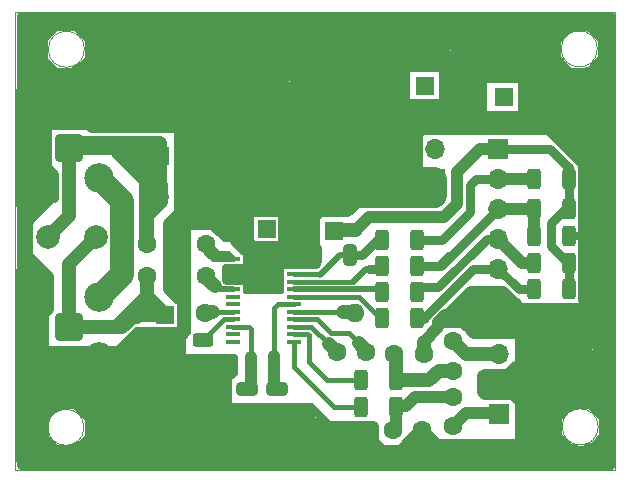
<source format=gbr>
%TF.GenerationSoftware,KiCad,Pcbnew,6.0.2*%
%TF.CreationDate,2022-11-10T22:55:41+01:00*%
%TF.ProjectId,SI4735,53493437-3335-42e6-9b69-6361645f7063,rev?*%
%TF.SameCoordinates,Original*%
%TF.FileFunction,Copper,L2,Bot*%
%TF.FilePolarity,Positive*%
%FSLAX46Y46*%
G04 Gerber Fmt 4.6, Leading zero omitted, Abs format (unit mm)*
G04 Created by KiCad (PCBNEW 6.0.2) date 2022-11-10 22:55:41*
%MOMM*%
%LPD*%
G01*
G04 APERTURE LIST*
G04 Aperture macros list*
%AMRoundRect*
0 Rectangle with rounded corners*
0 $1 Rounding radius*
0 $2 $3 $4 $5 $6 $7 $8 $9 X,Y pos of 4 corners*
0 Add a 4 corners polygon primitive as box body*
4,1,4,$2,$3,$4,$5,$6,$7,$8,$9,$2,$3,0*
0 Add four circle primitives for the rounded corners*
1,1,$1+$1,$2,$3*
1,1,$1+$1,$4,$5*
1,1,$1+$1,$6,$7*
1,1,$1+$1,$8,$9*
0 Add four rect primitives between the rounded corners*
20,1,$1+$1,$2,$3,$4,$5,0*
20,1,$1+$1,$4,$5,$6,$7,0*
20,1,$1+$1,$6,$7,$8,$9,0*
20,1,$1+$1,$8,$9,$2,$3,0*%
G04 Aperture macros list end*
%TA.AperFunction,Profile*%
%ADD10C,0.050000*%
%TD*%
%ADD11C,0.150000*%
%TA.AperFunction,NonConductor*%
%ADD12C,0.150000*%
%TD*%
%TA.AperFunction,Profile*%
%ADD13C,0.100000*%
%TD*%
%TA.AperFunction,ComponentPad*%
%ADD14R,1.600000X1.600000*%
%TD*%
%TA.AperFunction,ComponentPad*%
%ADD15C,1.600000*%
%TD*%
%TA.AperFunction,ComponentPad*%
%ADD16RoundRect,0.200100X0.949900X-0.949900X0.949900X0.949900X-0.949900X0.949900X-0.949900X-0.949900X0*%
%TD*%
%TA.AperFunction,ComponentPad*%
%ADD17C,2.500000*%
%TD*%
%TA.AperFunction,ComponentPad*%
%ADD18R,1.700000X1.700000*%
%TD*%
%TA.AperFunction,ComponentPad*%
%ADD19O,1.700000X1.700000*%
%TD*%
%TA.AperFunction,ComponentPad*%
%ADD20C,1.000000*%
%TD*%
%TA.AperFunction,ComponentPad*%
%ADD21O,1.600000X1.600000*%
%TD*%
%TA.AperFunction,ComponentPad*%
%ADD22C,2.000000*%
%TD*%
%TA.AperFunction,SMDPad,CuDef*%
%ADD23RoundRect,0.250000X0.325000X0.650000X-0.325000X0.650000X-0.325000X-0.650000X0.325000X-0.650000X0*%
%TD*%
%TA.AperFunction,SMDPad,CuDef*%
%ADD24RoundRect,0.250000X-0.650000X0.325000X-0.650000X-0.325000X0.650000X-0.325000X0.650000X0.325000X0*%
%TD*%
%TA.AperFunction,SMDPad,CuDef*%
%ADD25RoundRect,0.250000X-0.312500X-0.625000X0.312500X-0.625000X0.312500X0.625000X-0.312500X0.625000X0*%
%TD*%
%TA.AperFunction,SMDPad,CuDef*%
%ADD26RoundRect,0.250000X0.312500X0.625000X-0.312500X0.625000X-0.312500X-0.625000X0.312500X-0.625000X0*%
%TD*%
%TA.AperFunction,SMDPad,CuDef*%
%ADD27R,1.200000X0.400000*%
%TD*%
%TA.AperFunction,SMDPad,CuDef*%
%ADD28RoundRect,0.250000X-0.625000X0.312500X-0.625000X-0.312500X0.625000X-0.312500X0.625000X0.312500X0*%
%TD*%
%TA.AperFunction,Conductor*%
%ADD29C,1.000000*%
%TD*%
%TA.AperFunction,Conductor*%
%ADD30C,0.400000*%
%TD*%
%TA.AperFunction,Conductor*%
%ADD31C,1.200000*%
%TD*%
%TA.AperFunction,Conductor*%
%ADD32C,0.800000*%
%TD*%
%TA.AperFunction,Conductor*%
%ADD33C,0.300000*%
%TD*%
%TA.AperFunction,Conductor*%
%ADD34C,2.000000*%
%TD*%
%TA.AperFunction,Conductor*%
%ADD35C,0.500000*%
%TD*%
%TA.AperFunction,Conductor*%
%ADD36C,0.700000*%
%TD*%
%TA.AperFunction,Conductor*%
%ADD37C,0.650000*%
%TD*%
%TA.AperFunction,Conductor*%
%ADD38C,0.450000*%
%TD*%
G04 APERTURE END LIST*
D10*
X243000000Y-45450000D02*
G75*
G03*
X243000000Y-45450000I-1526434J0D01*
G01*
X243076434Y-77450000D02*
G75*
G03*
X243076434Y-77450000I-1526434J0D01*
G01*
X199535580Y-77486292D02*
G75*
G03*
X199535580Y-77486292I-1526434J0D01*
G01*
X244475000Y-81120000D02*
X193725000Y-81120000D01*
X193725000Y-81120000D02*
X193725000Y-42300000D01*
X193725000Y-42300000D02*
X244475000Y-42300000D01*
X244475000Y-42300000D02*
X244475000Y-81120000D01*
X199576434Y-45480000D02*
G75*
G03*
X199576434Y-45480000I-1526434J0D01*
G01*
D11*
%TO.C,J2*%
D12*
X196347619Y-49066666D02*
X196823809Y-49066666D01*
X196252380Y-49352380D02*
X196585714Y-48352380D01*
X196919047Y-49352380D01*
X197252380Y-49352380D02*
X197252380Y-48352380D01*
X197585714Y-49066666D01*
X197919047Y-48352380D01*
X197919047Y-49352380D01*
X198157142Y-49447619D02*
X198919047Y-49447619D01*
X199157142Y-49352380D02*
X199157142Y-48352380D01*
X199633333Y-49352380D02*
X199633333Y-48352380D01*
X200204761Y-49352380D01*
X200204761Y-48352380D01*
D11*
%TO.C,J3*%
D12*
X196628571Y-74178571D02*
X196295238Y-74178571D01*
X196295238Y-74702380D02*
X196295238Y-73702380D01*
X196771428Y-73702380D01*
X197152380Y-74702380D02*
X197152380Y-73702380D01*
X197485714Y-74416666D01*
X197819047Y-73702380D01*
X197819047Y-74702380D01*
X198057142Y-74797619D02*
X198819047Y-74797619D01*
X199057142Y-74702380D02*
X199057142Y-73702380D01*
X199533333Y-74702380D02*
X199533333Y-73702380D01*
X200104761Y-74702380D01*
X200104761Y-73702380D01*
D13*
%TO.C,J2*%
X193760000Y-49540000D02*
X193760000Y-58140000D01*
%TO.C,J3*%
X193760000Y-64720000D02*
X193760000Y-73320000D01*
%TD*%
D14*
%TO.P,C4,1*%
%TO.N,Net-(C4-Pad1)*%
X220750000Y-60850000D03*
D15*
%TO.P,C4,2*%
%TO.N,GND*%
X218750000Y-60850000D03*
%TD*%
%TO.P,C5,1*%
%TO.N,Net-(C5-Pad1)*%
X223450000Y-71150000D03*
%TO.P,C5,2*%
%TO.N,Net-(C5-Pad2)*%
X220950000Y-71150000D03*
%TD*%
%TO.P,C6,1*%
%TO.N,Net-(C6-Pad1)*%
X204900000Y-62000000D03*
%TO.P,C6,2*%
%TO.N,Net-(C6-Pad2)*%
X209900000Y-62000000D03*
%TD*%
%TO.P,C7,1*%
%TO.N,Net-(C7-Pad1)*%
X204900000Y-64650000D03*
%TO.P,C7,2*%
%TO.N,Net-(C7-Pad2)*%
X209900000Y-64650000D03*
%TD*%
D14*
%TO.P,C8,1*%
%TO.N,Net-(C5-Pad1)*%
X215000000Y-60700000D03*
D15*
%TO.P,C8,2*%
%TO.N,GND*%
X213000000Y-60700000D03*
%TD*%
%TO.P,C9,1*%
%TO.N,Net-(C9-Pad1)*%
X230800000Y-70200000D03*
%TO.P,C9,2*%
%TO.N,Net-(C12-Pad2)*%
X230800000Y-72700000D03*
%TD*%
%TO.P,C10,1*%
%TO.N,Net-(C10-Pad1)*%
X230800000Y-77400000D03*
%TO.P,C10,2*%
%TO.N,Net-(C10-Pad2)*%
X230800000Y-74900000D03*
%TD*%
%TO.P,C11,1*%
%TO.N,GND*%
X228200000Y-77700000D03*
%TO.P,C11,2*%
%TO.N,Net-(C10-Pad2)*%
X225700000Y-77700000D03*
%TD*%
%TO.P,C12,1*%
%TO.N,GND*%
X228300000Y-71300000D03*
%TO.P,C12,2*%
%TO.N,Net-(C12-Pad2)*%
X225800000Y-71300000D03*
%TD*%
D16*
%TO.P,J2,1,Pin_1*%
%TO.N,Net-(C6-Pad1)*%
X198260000Y-53840000D03*
D17*
%TO.P,J2,2,Pin_2*%
%TO.N,GND*%
X200800000Y-56380000D03*
X200800000Y-51300000D03*
X195720000Y-56380000D03*
X195720000Y-51300000D03*
%TD*%
D16*
%TO.P,J3,1,Pin_1*%
%TO.N,Net-(C7-Pad1)*%
X198260000Y-69020000D03*
D17*
%TO.P,J3,2,Pin_2*%
%TO.N,GND*%
X195720000Y-66480000D03*
X195720000Y-71560000D03*
X200800000Y-66480000D03*
X200800000Y-71560000D03*
%TD*%
D18*
%TO.P,J4,1,Pin_1*%
%TO.N,Net-(C10-Pad1)*%
X234700000Y-76380000D03*
D19*
%TO.P,J4,2,Pin_2*%
%TO.N,GND*%
X234700000Y-73840000D03*
%TO.P,J4,3,Pin_3*%
%TO.N,Net-(C9-Pad1)*%
X234700000Y-71300000D03*
%TD*%
D18*
%TO.P,J5,1,Pin_1*%
%TO.N,GND*%
X229300000Y-56475000D03*
D19*
%TO.P,J5,2,Pin_2*%
%TO.N,Net-(C14-Pad1)*%
X229300000Y-53935000D03*
%TD*%
D20*
%TO.P,Y1,1,1*%
%TO.N,Net-(C2-Pad1)*%
X215600000Y-73000000D03*
%TO.P,Y1,2,2*%
%TO.N,Net-(C3-Pad1)*%
X213700000Y-73000000D03*
%TD*%
D15*
%TO.P,R11,1*%
%TO.N,Net-(R11-Pad1)*%
X209750000Y-67850000D03*
D21*
%TO.P,R11,2*%
%TO.N,Net-(C4-Pad1)*%
X222450000Y-67850000D03*
%TD*%
D14*
%TO.P,D4,1,K*%
%TO.N,Net-(C6-Pad1)*%
X205950000Y-54530000D03*
D21*
%TO.P,D4,2,A*%
%TO.N,GND*%
X205950000Y-46910000D03*
%TD*%
D14*
%TO.P,C14,1*%
%TO.N,Net-(C14-Pad1)*%
X228450000Y-48600000D03*
D15*
%TO.P,C14,2*%
%TO.N,GND*%
X230450000Y-48600000D03*
%TD*%
D22*
%TO.P,L2,1,1*%
%TO.N,Net-(C6-Pad1)*%
X205700000Y-58000000D03*
%TO.P,L2,2,2*%
%TO.N,GND*%
X209700000Y-58000000D03*
%TD*%
D14*
%TO.P,D1,1,K*%
%TO.N,GND*%
X203850000Y-75570000D03*
D21*
%TO.P,D1,2,A*%
%TO.N,Net-(C7-Pad1)*%
X203850000Y-67950000D03*
%TD*%
D14*
%TO.P,C15,1*%
%TO.N,Net-(C14-Pad1)*%
X235080000Y-49525113D03*
D15*
%TO.P,C15,2*%
%TO.N,GND*%
X235080000Y-47525113D03*
%TD*%
D14*
%TO.P,D3,1,K*%
%TO.N,GND*%
X203400000Y-46900000D03*
D21*
%TO.P,D3,2,A*%
%TO.N,Net-(C6-Pad1)*%
X203400000Y-54520000D03*
%TD*%
D22*
%TO.P,L1,1,1*%
%TO.N,Net-(C7-Pad1)*%
X200520000Y-61360000D03*
%TO.P,L1,2,2*%
%TO.N,Net-(C6-Pad1)*%
X196520000Y-61360000D03*
%TD*%
D18*
%TO.P,J6,1,Pin_1*%
%TO.N,Net-(C4-Pad1)*%
X234600000Y-53900000D03*
D19*
%TO.P,J6,2,Pin_2*%
%TO.N,Net-(J6-Pad2)*%
X234600000Y-56440000D03*
%TO.P,J6,3,Pin_3*%
%TO.N,Net-(J6-Pad3)*%
X234600000Y-58980000D03*
%TO.P,J6,4,Pin_4*%
%TO.N,Net-(J6-Pad4)*%
X234600000Y-61520000D03*
%TO.P,J6,5,Pin_5*%
%TO.N,Net-(J6-Pad5)*%
X234600000Y-64060000D03*
%TO.P,J6,6,Pin_6*%
%TO.N,GND*%
X234600000Y-66600000D03*
%TD*%
D14*
%TO.P,D2,1,K*%
%TO.N,Net-(C7-Pad1)*%
X206400000Y-67950000D03*
D21*
%TO.P,D2,2,A*%
%TO.N,GND*%
X206400000Y-75570000D03*
%TD*%
D23*
%TO.P,C1,1*%
%TO.N,Net-(C1-Pad1)*%
X222075000Y-62900000D03*
%TO.P,C1,2*%
%TO.N,GND*%
X219125000Y-62900000D03*
%TD*%
D24*
%TO.P,C2,1*%
%TO.N,Net-(C2-Pad1)*%
X215900000Y-74217000D03*
%TO.P,C2,2*%
%TO.N,GND*%
X215900000Y-77167000D03*
%TD*%
%TO.P,C3,1*%
%TO.N,Net-(C3-Pad1)*%
X213360000Y-74217000D03*
%TO.P,C3,2*%
%TO.N,GND*%
X213360000Y-77167000D03*
%TD*%
D25*
%TO.P,R1,1*%
%TO.N,Net-(C1-Pad1)*%
X224800000Y-61600000D03*
%TO.P,R1,2*%
%TO.N,Net-(J6-Pad2)*%
X227725000Y-61600000D03*
%TD*%
%TO.P,R2,1*%
%TO.N,Net-(R2-Pad1)*%
X224800000Y-66000000D03*
%TO.P,R2,2*%
%TO.N,Net-(J6-Pad4)*%
X227725000Y-66000000D03*
%TD*%
%TO.P,R3,1*%
%TO.N,Net-(R3-Pad1)*%
X224812500Y-68200000D03*
%TO.P,R3,2*%
%TO.N,Net-(J6-Pad5)*%
X227737500Y-68200000D03*
%TD*%
D26*
%TO.P,R4,1*%
%TO.N,Net-(C4-Pad1)*%
X240562500Y-63550000D03*
%TO.P,R4,2*%
%TO.N,Net-(J6-Pad4)*%
X237637500Y-63550000D03*
%TD*%
%TO.P,R5,1*%
%TO.N,Net-(C4-Pad1)*%
X240562500Y-65800000D03*
%TO.P,R5,2*%
%TO.N,Net-(J6-Pad5)*%
X237637500Y-65800000D03*
%TD*%
%TO.P,R6,1*%
%TO.N,Net-(C4-Pad1)*%
X240562500Y-56500000D03*
%TO.P,R6,2*%
%TO.N,Net-(J6-Pad2)*%
X237637500Y-56500000D03*
%TD*%
%TO.P,R7,1*%
%TO.N,Net-(C12-Pad2)*%
X225925000Y-73500000D03*
%TO.P,R7,2*%
%TO.N,Net-(R7-Pad2)*%
X223000000Y-73500000D03*
%TD*%
%TO.P,R8,1*%
%TO.N,Net-(C10-Pad2)*%
X225925000Y-75750000D03*
%TO.P,R8,2*%
%TO.N,Net-(R8-Pad2)*%
X223000000Y-75750000D03*
%TD*%
D27*
%TO.P,U2,1,DOUT*%
%TO.N,unconnected-(U2-Pad1)*%
X212150000Y-70242500D03*
%TO.P,U2,2,DFS*%
%TO.N,unconnected-(U2-Pad2)*%
X212150000Y-69607500D03*
%TO.P,U2,3,GPO3/[DCLK]*%
%TO.N,Net-(C3-Pad1)*%
X212150000Y-68972500D03*
%TO.P,U2,4,GPO2/[~{INT}]*%
%TO.N,Net-(R10-Pad1)*%
X212150000Y-68337500D03*
%TO.P,U2,5,GPO1*%
%TO.N,Net-(R11-Pad1)*%
X212150000Y-67702500D03*
%TO.P,U2,6,NC*%
%TO.N,unconnected-(U2-Pad6)*%
X212150000Y-67067500D03*
%TO.P,U2,7,NC*%
%TO.N,unconnected-(U2-Pad7)*%
X212150000Y-66432500D03*
%TO.P,U2,8,FMI*%
%TO.N,Net-(C7-Pad2)*%
X212150000Y-65797500D03*
%TO.P,U2,9,RFGND*%
%TO.N,GND*%
X212150000Y-65162500D03*
%TO.P,U2,10,NC*%
%TO.N,unconnected-(U2-Pad10)*%
X212150000Y-64527500D03*
%TO.P,U2,11,NC*%
%TO.N,unconnected-(U2-Pad11)*%
X212150000Y-63892500D03*
%TO.P,U2,12,AMI*%
%TO.N,Net-(C6-Pad2)*%
X212150000Y-63257500D03*
%TO.P,U2,13,GND*%
%TO.N,GND*%
X217350000Y-63257500D03*
%TO.P,U2,14,GND*%
X217350000Y-63892500D03*
%TO.P,U2,15,~{RST}*%
%TO.N,Net-(C1-Pad1)*%
X217350000Y-64527500D03*
%TO.P,U2,16,~{SEN}*%
%TO.N,Net-(R13-Pad1)*%
X217350000Y-65162500D03*
%TO.P,U2,17,SCLK*%
%TO.N,Net-(R2-Pad1)*%
X217350000Y-65797500D03*
%TO.P,U2,18,SDIO*%
%TO.N,Net-(R3-Pad1)*%
X217350000Y-66432500D03*
%TO.P,U2,19,RCLK*%
%TO.N,Net-(C2-Pad1)*%
X217350000Y-67067500D03*
%TO.P,U2,20,VD*%
%TO.N,Net-(C4-Pad1)*%
X217350000Y-67702500D03*
%TO.P,U2,21,VA*%
%TO.N,Net-(C5-Pad1)*%
X217350000Y-68337500D03*
%TO.P,U2,22,DBYP*%
%TO.N,Net-(C5-Pad2)*%
X217350000Y-68972500D03*
%TO.P,U2,23,ROUT/[DOUT]*%
%TO.N,Net-(R7-Pad2)*%
X217350000Y-69607500D03*
%TO.P,U2,24,LOUT/[DFS]*%
%TO.N,Net-(R8-Pad2)*%
X217350000Y-70242500D03*
%TD*%
D25*
%TO.P,R13,1*%
%TO.N,Net-(R13-Pad1)*%
X224800000Y-63800000D03*
%TO.P,R13,2*%
%TO.N,Net-(J6-Pad3)*%
X227725000Y-63800000D03*
%TD*%
D26*
%TO.P,R12,1*%
%TO.N,Net-(C4-Pad1)*%
X240562500Y-59000000D03*
%TO.P,R12,2*%
%TO.N,Net-(J6-Pad3)*%
X237637500Y-59000000D03*
%TD*%
D28*
%TO.P,R10,1*%
%TO.N,Net-(R10-Pad1)*%
X209650000Y-70087500D03*
%TO.P,R10,2*%
%TO.N,GND*%
X209650000Y-73012500D03*
%TD*%
D25*
%TO.P,R14,1*%
%TO.N,Net-(J6-Pad3)*%
X237637500Y-61300000D03*
%TO.P,R14,2*%
%TO.N,GND*%
X240562500Y-61300000D03*
%TD*%
D29*
%TO.N,Net-(C2-Pad1)*%
X215600000Y-72750000D02*
X215600000Y-71450000D01*
D30*
X215932500Y-67067500D02*
X215600000Y-67400000D01*
D29*
X215600000Y-72800000D02*
X215600000Y-74171000D01*
D30*
X217350000Y-67067500D02*
X215932500Y-67067500D01*
X215600000Y-67400000D02*
X215600000Y-71450000D01*
D29*
X215600000Y-74171000D02*
X215646000Y-74217000D01*
%TO.N,Net-(C3-Pad1)*%
X213700000Y-73877000D02*
X213360000Y-74217000D01*
D30*
X212150000Y-68972500D02*
X213472500Y-68972500D01*
X213700000Y-69200000D02*
X213700000Y-71500000D01*
D29*
X213700000Y-72800000D02*
X213700000Y-71500000D01*
D30*
X213472500Y-68972500D02*
X213700000Y-69200000D01*
D29*
X213700000Y-73000000D02*
X213700000Y-72800000D01*
X213700000Y-72800000D02*
X213700000Y-73877000D01*
D31*
%TO.N,Net-(C5-Pad2)*%
X220950000Y-71150000D02*
X220255000Y-70455000D01*
D30*
X220255000Y-70455000D02*
X218772500Y-68972500D01*
X218772500Y-68972500D02*
X217350000Y-68972500D01*
D32*
%TO.N,GND*%
X230950000Y-67150000D02*
X231850000Y-67150000D01*
D33*
X213000000Y-60700000D02*
X213000000Y-60900000D01*
D32*
X241899511Y-69399511D02*
X242725000Y-70225000D01*
D34*
X209600000Y-57400000D02*
X209600000Y-59150000D01*
D32*
X217600000Y-63650000D02*
X216850000Y-62900000D01*
X240750000Y-69800000D02*
X240700000Y-69750000D01*
D31*
X223350000Y-54350000D02*
X225150000Y-54350000D01*
D32*
X242299511Y-79296893D02*
X242449457Y-79296893D01*
D35*
X211800000Y-64900000D02*
X212785000Y-64900000D01*
D34*
X236100000Y-80000000D02*
X238000000Y-80000000D01*
X213675000Y-44425000D02*
X210975000Y-44425000D01*
D32*
X208700000Y-58300000D02*
X208237500Y-58762500D01*
D31*
X225800000Y-50250000D02*
X225800000Y-53350000D01*
D29*
X237150000Y-69550000D02*
X236800000Y-69200000D01*
D35*
X203100000Y-76950000D02*
X203900000Y-77750000D01*
D32*
X238600000Y-46900000D02*
X238100000Y-46400000D01*
D33*
X213537500Y-64587500D02*
X214112500Y-64587500D01*
X213450000Y-65700000D02*
X213450000Y-64800000D01*
D29*
X236800000Y-69200000D02*
X236800000Y-70100000D01*
D33*
X213650000Y-61750000D02*
X213650000Y-62400000D01*
D29*
X206756000Y-62992000D02*
X206756000Y-60244000D01*
D31*
X195905518Y-44544482D02*
X195905518Y-46534482D01*
D32*
X242900978Y-69200000D02*
X240200000Y-69200000D01*
D33*
X194000000Y-60000000D02*
X195720000Y-58280000D01*
X215550489Y-64950000D02*
X215015000Y-64950000D01*
D36*
X205700000Y-74700000D02*
X204710000Y-74700000D01*
D32*
X218300000Y-50700000D02*
X219600000Y-49400000D01*
X232650000Y-46800000D02*
X229800000Y-46800000D01*
X219450000Y-52100000D02*
X219450000Y-50050000D01*
D29*
X241799980Y-80499980D02*
X242805980Y-80499980D01*
D31*
X222000000Y-51000000D02*
X216100000Y-51000000D01*
D34*
X216999511Y-60249511D02*
X216999511Y-60800489D01*
X200800000Y-46350000D02*
X200800000Y-44900000D01*
D32*
X239182658Y-43817342D02*
X239182658Y-46582658D01*
D34*
X215890000Y-80000000D02*
X218684000Y-80000000D01*
D33*
X213949511Y-64227011D02*
X213014022Y-65162500D01*
D32*
X240550000Y-71300000D02*
X241250000Y-71300000D01*
X195720000Y-51300000D02*
X195720000Y-54780000D01*
D33*
X214750000Y-65700000D02*
X213450000Y-65700000D01*
D34*
X195569645Y-71710355D02*
X195569645Y-78219645D01*
D32*
X218069000Y-76825000D02*
X216975000Y-76825000D01*
D29*
X234700000Y-73840000D02*
X236160000Y-73840000D01*
D32*
X241250000Y-70050000D02*
X240750000Y-70550000D01*
X200800000Y-77539719D02*
X198815251Y-75554970D01*
D29*
X194760020Y-73734221D02*
X194260020Y-73234221D01*
X242299511Y-79296893D02*
X242551309Y-79548691D01*
D33*
X214100000Y-57500000D02*
X214100000Y-58900000D01*
D32*
X240000489Y-49499511D02*
X238100000Y-51400000D01*
D29*
X228200000Y-79900000D02*
X228100000Y-80000000D01*
D33*
X214100000Y-58900000D02*
X212600000Y-58900000D01*
D31*
X216300000Y-54200000D02*
X214550000Y-55950000D01*
D32*
X212250000Y-52450000D02*
X212250000Y-47450000D01*
D29*
X230099511Y-68000489D02*
X229550000Y-68550000D01*
D35*
X205750000Y-71600000D02*
X205350000Y-72000000D01*
D31*
X202748100Y-74250000D02*
X200800000Y-76198100D01*
D36*
X203143750Y-70643750D02*
X202837500Y-70950000D01*
D33*
X213949511Y-63100489D02*
X213200000Y-63850000D01*
D32*
X211700000Y-59800000D02*
X211700000Y-60857989D01*
D36*
X197050000Y-73150000D02*
X197050000Y-72670000D01*
D29*
X206756000Y-65786000D02*
X206756000Y-65024000D01*
D33*
X214650000Y-65850000D02*
X214650000Y-63250000D01*
D32*
X236600000Y-50600000D02*
X236600000Y-47900000D01*
D34*
X217500000Y-60750000D02*
X216999511Y-60249511D01*
D29*
X229300000Y-78800000D02*
X230200000Y-79700000D01*
D32*
X239960000Y-71890000D02*
X240550000Y-71300000D01*
D36*
X197050000Y-71700000D02*
X197190000Y-71560000D01*
D32*
X243403272Y-46248883D02*
X243403272Y-44651118D01*
D36*
X218752000Y-75750000D02*
X210450000Y-75750000D01*
D29*
X207946000Y-66946000D02*
X207946000Y-69204000D01*
D32*
X223950000Y-46950000D02*
X224100000Y-46800000D01*
D34*
X240100000Y-51750000D02*
X240100000Y-51200000D01*
D29*
X217400000Y-76300000D02*
X217400000Y-78462000D01*
D32*
X219125000Y-62900000D02*
X218600000Y-62900000D01*
X240100000Y-69300000D02*
X240200000Y-69200000D01*
D31*
X216200000Y-46800000D02*
X216200000Y-58550489D01*
D36*
X204292500Y-73450000D02*
X204130000Y-73612500D01*
D32*
X196777748Y-79427748D02*
X199831796Y-79427748D01*
X235594000Y-72850000D02*
X235642000Y-72898000D01*
D34*
X195638057Y-74561943D02*
X194760020Y-75439980D01*
D32*
X241350000Y-53000000D02*
X242300000Y-53000000D01*
D34*
X195720000Y-71560000D02*
X195569645Y-71710355D01*
X194760020Y-75439980D02*
X194760020Y-78260020D01*
D32*
X240300000Y-75850000D02*
X239200978Y-75850000D01*
D31*
X243425000Y-65675000D02*
X243425000Y-55875000D01*
D29*
X236058000Y-72482000D02*
X235790489Y-72749511D01*
D32*
X196600000Y-67500000D02*
X195720000Y-68380000D01*
D31*
X214100000Y-52850000D02*
X215950000Y-52850000D01*
D29*
X235040000Y-73840000D02*
X235921000Y-74721000D01*
D32*
X200553567Y-43346433D02*
X204196433Y-43346433D01*
X223950000Y-48500000D02*
X223600000Y-48150000D01*
D31*
X217800000Y-56450000D02*
X217800000Y-56650000D01*
D34*
X200800000Y-75950000D02*
X200800000Y-72650000D01*
D32*
X197383746Y-75554970D02*
X197196992Y-75741724D01*
D31*
X221900000Y-57600000D02*
X222750000Y-57600000D01*
D34*
X205275000Y-44425000D02*
X202625000Y-44425000D01*
D33*
X212100000Y-61500000D02*
X211900000Y-61300000D01*
D29*
X238003922Y-78296078D02*
X237496078Y-78296078D01*
D33*
X211425000Y-60075000D02*
X211700000Y-59800000D01*
D31*
X202200000Y-75250000D02*
X200800000Y-76650000D01*
D34*
X199450000Y-51300000D02*
X196934241Y-51300000D01*
D36*
X210900000Y-72500000D02*
X210600000Y-72800000D01*
D33*
X213537500Y-63512500D02*
X213949511Y-63100489D01*
D36*
X220104000Y-77102000D02*
X218972000Y-77102000D01*
D34*
X218684000Y-80000000D02*
X222500000Y-80000000D01*
D32*
X229900000Y-51750000D02*
X229900000Y-50650000D01*
D29*
X232600000Y-69000000D02*
X232150000Y-68550000D01*
D37*
X208650000Y-71600000D02*
X207200000Y-71600000D01*
D32*
X199392401Y-79422769D02*
X196772769Y-79422769D01*
D33*
X216257500Y-63257500D02*
X217350000Y-63257500D01*
D34*
X200200040Y-47500000D02*
X200200040Y-49350040D01*
D29*
X228200000Y-77700000D02*
X229047000Y-78547000D01*
D31*
X210025000Y-53725000D02*
X209000000Y-52700000D01*
X208700000Y-54350000D02*
X222050000Y-54350000D01*
X212342011Y-61500000D02*
X213200000Y-62357989D01*
D29*
X219710000Y-77978000D02*
X217424000Y-77978000D01*
D32*
X230450000Y-48600000D02*
X230450000Y-50800000D01*
D33*
X212600000Y-58900000D02*
X212600000Y-59300000D01*
D36*
X210900000Y-73450000D02*
X206250000Y-73450000D01*
D32*
X234800000Y-66600000D02*
X236200489Y-68000489D01*
D34*
X200800000Y-78015170D02*
X200800000Y-76198100D01*
D32*
X217650000Y-61950000D02*
X218000000Y-61600000D01*
X231850000Y-67150000D02*
X233550000Y-67150000D01*
D34*
X194760020Y-50860020D02*
X194760020Y-58554221D01*
X213675000Y-45775000D02*
X214550000Y-46650000D01*
D29*
X237803922Y-78296078D02*
X238003922Y-78296078D01*
D32*
X239532593Y-46932593D02*
X239532593Y-46067407D01*
X221200000Y-50000000D02*
X222050000Y-50000000D01*
X222200000Y-49850000D02*
X218350000Y-49850000D01*
D36*
X212200000Y-72850000D02*
X212200000Y-72000000D01*
D29*
X206756000Y-65786000D02*
X207620000Y-66650000D01*
D36*
X217400000Y-75970000D02*
X212530000Y-75970000D01*
D34*
X236200489Y-68000489D02*
X237900489Y-68000489D01*
X195667120Y-50032880D02*
X194760020Y-49125779D01*
D32*
X194200000Y-47700000D02*
X194200000Y-43650000D01*
D36*
X200800000Y-74200000D02*
X198160000Y-71560000D01*
D31*
X220500000Y-55900000D02*
X220950000Y-55450000D01*
D32*
X227850000Y-55750000D02*
X227125000Y-56475000D01*
D35*
X213157500Y-63892500D02*
X214150000Y-62900000D01*
D32*
X195720000Y-66480000D02*
X195720000Y-68380000D01*
D36*
X217400000Y-75970000D02*
X211180000Y-75970000D01*
D33*
X219375000Y-59825000D02*
X220300000Y-58900000D01*
D31*
X205429772Y-71029772D02*
X200654772Y-75804772D01*
D33*
X213949511Y-63100489D02*
X213949511Y-63349022D01*
D36*
X206371000Y-70579000D02*
X206371000Y-71121000D01*
D29*
X207600000Y-51300000D02*
X209000000Y-52700000D01*
D31*
X215825000Y-47925000D02*
X215325000Y-47425000D01*
D33*
X212700000Y-57500000D02*
X214100000Y-58900000D01*
D29*
X222951309Y-79548691D02*
X222500000Y-80000000D01*
D32*
X217800000Y-47200000D02*
X217400000Y-46800000D01*
X239700000Y-70400000D02*
X239050000Y-69750000D01*
D33*
X214242500Y-66057500D02*
X214442989Y-66057500D01*
D32*
X238599511Y-69399511D02*
X242701467Y-69399511D01*
D34*
X212050000Y-59450000D02*
X212600000Y-58900000D01*
D29*
X207310000Y-60244000D02*
X206756000Y-60244000D01*
D31*
X215450000Y-51000000D02*
X214550000Y-51900000D01*
D33*
X213949511Y-65025489D02*
X213675000Y-65300000D01*
D29*
X235000000Y-68200000D02*
X233100000Y-68200000D01*
D32*
X238100000Y-51400000D02*
X238100000Y-48550000D01*
X239960000Y-72040000D02*
X239510000Y-71590000D01*
D36*
X208000000Y-71900000D02*
X206300000Y-71900000D01*
D29*
X236200489Y-68000489D02*
X231099511Y-68000489D01*
D36*
X211900000Y-72000000D02*
X211400000Y-72500000D01*
D32*
X198234863Y-80000000D02*
X199943966Y-78290897D01*
D33*
X216107500Y-66057500D02*
X216107500Y-63642500D01*
D34*
X221900000Y-57600000D02*
X218100000Y-57600000D01*
D33*
X215050000Y-64950000D02*
X214275000Y-64175000D01*
D35*
X211400000Y-75300000D02*
X211400000Y-73650000D01*
D32*
X218949511Y-58700489D02*
X218949511Y-58850489D01*
D31*
X214100000Y-52850000D02*
X214100000Y-52250000D01*
D29*
X206756000Y-63246000D02*
X206756000Y-60744000D01*
D32*
X242700489Y-68000489D02*
X243600489Y-67100489D01*
D31*
X216300000Y-49400000D02*
X216300000Y-56850000D01*
D29*
X223266000Y-77978000D02*
X222758000Y-77470000D01*
X215710000Y-77240000D02*
X215700000Y-77250000D01*
X224028000Y-77470000D02*
X221488000Y-77470000D01*
D35*
X212150000Y-63892500D02*
X212892500Y-63892500D01*
D33*
X213200000Y-60900000D02*
X213000000Y-60700000D01*
D31*
X210250000Y-78050000D02*
X203000000Y-78050000D01*
X212650000Y-46650000D02*
X212650000Y-58850000D01*
D32*
X235921000Y-74721000D02*
X235921000Y-74621000D01*
D33*
X216237500Y-62462500D02*
X216837500Y-62462500D01*
D32*
X215450000Y-51000000D02*
X215450000Y-49450000D01*
D35*
X216892000Y-77240000D02*
X213433000Y-77240000D01*
D32*
X195720000Y-65265759D02*
X194760020Y-64305779D01*
D31*
X195200548Y-43503414D02*
X195043567Y-43346433D01*
D32*
X197000000Y-58050000D02*
X197000000Y-56060000D01*
D36*
X210425000Y-75775000D02*
X210900000Y-76250000D01*
D32*
X204196433Y-43346433D02*
X205275000Y-44425000D01*
X243425000Y-47151000D02*
X243425000Y-53375000D01*
D34*
X197669960Y-49350040D02*
X196934241Y-50085759D01*
D32*
X242050000Y-73250000D02*
X241460000Y-73840000D01*
D36*
X204000000Y-76250000D02*
X203000000Y-75250000D01*
D29*
X236960000Y-73840000D02*
X238440000Y-73840000D01*
D31*
X222050000Y-50000000D02*
X222300000Y-49750000D01*
D29*
X236800000Y-75600000D02*
X236800000Y-76300000D01*
D36*
X206356250Y-70643750D02*
X207500000Y-69500000D01*
D34*
X200050000Y-80000000D02*
X200800000Y-79250000D01*
X199450000Y-51300000D02*
X200800000Y-51300000D01*
D33*
X215000000Y-65850000D02*
X215000000Y-62900000D01*
D35*
X211725000Y-73325000D02*
X211400000Y-73650000D01*
D32*
X194200000Y-60400000D02*
X194200000Y-59550000D01*
D31*
X224750000Y-52250000D02*
X217250000Y-52250000D01*
D34*
X196934241Y-50085759D02*
X197894221Y-49125779D01*
D32*
X238100000Y-49300978D02*
X238400489Y-49000489D01*
D31*
X201375000Y-44425000D02*
X201375000Y-45171681D01*
D33*
X215207500Y-63892500D02*
X215642500Y-63892500D01*
X214499511Y-65850000D02*
X214650000Y-65850000D01*
D36*
X203143750Y-70643750D02*
X206356250Y-70643750D01*
D31*
X224100000Y-46800000D02*
X224350000Y-46800000D01*
D32*
X240100000Y-50000000D02*
X239400000Y-50000000D01*
D33*
X203000000Y-64280000D02*
X203000000Y-58380000D01*
D29*
X217424000Y-77978000D02*
X217400000Y-77954000D01*
D34*
X200800000Y-72650000D02*
X200800000Y-74200000D01*
D32*
X216350000Y-50250000D02*
X216516547Y-50083453D01*
X212200000Y-76300000D02*
X211800000Y-76700000D01*
X243489222Y-78257128D02*
X243489222Y-76189222D01*
X234802000Y-72898000D02*
X235642000Y-72898000D01*
D29*
X218972000Y-77240000D02*
X218972000Y-77102000D01*
D35*
X211400000Y-71750000D02*
X211300000Y-71650000D01*
D32*
X240100000Y-70550000D02*
X240100000Y-70000000D01*
X232925000Y-68375000D02*
X232925000Y-66525000D01*
X237350000Y-69750000D02*
X239050000Y-69750000D01*
D31*
X221400000Y-51600000D02*
X221650000Y-51350000D01*
D35*
X211750000Y-72600000D02*
X211400000Y-72250000D01*
D32*
X235642000Y-72898000D02*
X234338000Y-72898000D01*
X243425000Y-52575000D02*
X243075000Y-52225000D01*
X215300000Y-53500000D02*
X215950000Y-52850000D01*
D31*
X217800000Y-51000000D02*
X219450000Y-51000000D01*
X227325000Y-45925000D02*
X213825000Y-45925000D01*
D33*
X213537500Y-64412500D02*
X213537500Y-64587500D01*
D29*
X207518000Y-64262000D02*
X206756000Y-65024000D01*
D33*
X212900000Y-61650000D02*
X214150000Y-62900000D01*
D32*
X222000000Y-51000000D02*
X221200000Y-51000000D01*
X212250000Y-47450000D02*
X211450000Y-46650000D01*
D34*
X213675000Y-44425000D02*
X213675000Y-45775000D01*
D36*
X204800000Y-69300000D02*
X204050000Y-69300000D01*
D32*
X234700000Y-73840000D02*
X233490000Y-73840000D01*
D31*
X223000000Y-51350000D02*
X223350000Y-51700000D01*
D34*
X209700000Y-57500000D02*
X209600000Y-57400000D01*
D29*
X236200489Y-68000489D02*
X236800000Y-68600000D01*
X208200000Y-57400000D02*
X207850000Y-57750000D01*
D35*
X211500000Y-65100000D02*
X211500000Y-63900000D01*
D32*
X194760020Y-44289980D02*
X195200548Y-43849452D01*
D35*
X211400000Y-72500000D02*
X211400000Y-72250000D01*
D36*
X206250000Y-73450000D02*
X204292500Y-73450000D01*
D34*
X197138057Y-74561943D02*
X195638057Y-74561943D01*
X204550000Y-47500000D02*
X205500000Y-47500000D01*
D33*
X214650000Y-65850000D02*
X215000000Y-65850000D01*
D32*
X217400000Y-47750000D02*
X217316587Y-47666587D01*
D31*
X220400000Y-49400000D02*
X219600000Y-49400000D01*
D29*
X239000489Y-78999511D02*
X238000000Y-80000000D01*
D33*
X213949511Y-63400489D02*
X213949511Y-63100489D01*
D32*
X239622939Y-76652997D02*
X240771211Y-75504725D01*
X241250000Y-48850000D02*
X241250000Y-48650000D01*
D33*
X215892500Y-64257500D02*
X215892500Y-63857500D01*
D32*
X221400000Y-51600000D02*
X221200000Y-51400000D01*
D34*
X216999511Y-60800489D02*
X216999511Y-62699511D01*
D32*
X233934000Y-74584000D02*
X233868000Y-74650000D01*
D29*
X242299511Y-68000489D02*
X243200000Y-68900978D01*
D36*
X211725000Y-73325000D02*
X212200000Y-72850000D01*
D29*
X216404000Y-77954000D02*
X215700000Y-77250000D01*
D32*
X236600000Y-49900000D02*
X237325000Y-50625000D01*
D36*
X212200000Y-72000000D02*
X212200000Y-71600000D01*
D29*
X237700000Y-70900000D02*
X235000000Y-68200000D01*
D32*
X218600000Y-62900000D02*
X217707500Y-62900000D01*
D33*
X220250000Y-58900000D02*
X213668630Y-58900000D01*
D38*
X240525000Y-61300000D02*
X242200000Y-61300000D01*
D33*
X214707011Y-66057500D02*
X214457011Y-65807500D01*
D32*
X196081783Y-76689591D02*
X197216404Y-75554970D01*
X232600000Y-66200000D02*
X232250000Y-65850000D01*
X237325000Y-50625000D02*
X238100000Y-51400000D01*
D31*
X212700000Y-56400000D02*
X210025000Y-53725000D01*
D32*
X217316587Y-50516587D02*
X217316587Y-49450000D01*
X238600000Y-48500000D02*
X238600000Y-46900000D01*
D34*
X242400000Y-62200000D02*
X242400000Y-63500000D01*
D36*
X207946000Y-69204000D02*
X207946000Y-69754000D01*
D32*
X239960000Y-73840000D02*
X239960000Y-71340000D01*
D35*
X205350000Y-72000000D02*
X205075000Y-72275000D01*
D31*
X216300000Y-50250000D02*
X216300000Y-54200000D01*
D32*
X218450000Y-59200000D02*
X218949511Y-58700489D01*
D29*
X243200000Y-73600000D02*
X243200000Y-75900000D01*
D31*
X198943797Y-43346433D02*
X200800000Y-45202636D01*
D32*
X231950000Y-50350000D02*
X233350000Y-51750000D01*
X218000000Y-61600000D02*
X218750000Y-60850000D01*
D31*
X212800000Y-51900000D02*
X212250000Y-52450000D01*
X221625000Y-54775000D02*
X222050000Y-54350000D01*
X195200548Y-43849452D02*
X195200548Y-43503414D01*
D32*
X224975000Y-48275000D02*
X223175000Y-48275000D01*
X232250000Y-46000000D02*
X231550000Y-46000000D01*
X224150000Y-49400000D02*
X222650000Y-49400000D01*
X194200000Y-43650000D02*
X194200000Y-43150040D01*
X201375000Y-44425000D02*
X200553567Y-43603567D01*
X232650000Y-46800000D02*
X232650000Y-48300000D01*
X221750000Y-56250000D02*
X221325000Y-55825000D01*
X218000000Y-47750000D02*
X217400000Y-47750000D01*
D31*
X222650000Y-49400000D02*
X220400000Y-49400000D01*
D32*
X238440000Y-70960000D02*
X238500000Y-70900000D01*
D34*
X237632658Y-45367342D02*
X236600000Y-46400000D01*
D29*
X236200000Y-69500000D02*
X236500000Y-69800000D01*
D32*
X194450000Y-60400000D02*
X195300000Y-59550000D01*
X224850000Y-49650000D02*
X224850000Y-50150000D01*
D31*
X214550000Y-56950000D02*
X219450000Y-56950000D01*
D33*
X212600000Y-58900000D02*
X212600000Y-58450000D01*
D32*
X222300000Y-49750000D02*
X222200000Y-49850000D01*
D33*
X213000000Y-60000000D02*
X213525000Y-59475000D01*
D29*
X238500000Y-70900000D02*
X238150000Y-70550000D01*
X229550000Y-69000000D02*
X228300000Y-70250000D01*
D33*
X213650000Y-59250000D02*
X213250000Y-59250000D01*
D31*
X209032000Y-78984000D02*
X203134000Y-78984000D01*
X231325000Y-45225000D02*
X231325000Y-46625000D01*
D29*
X219456000Y-77724000D02*
X218972000Y-77240000D01*
D35*
X213077000Y-77450000D02*
X213360000Y-77167000D01*
D36*
X204325000Y-69875000D02*
X206475000Y-69875000D01*
D34*
X218949511Y-58700489D02*
X221700489Y-58700489D01*
D32*
X242194682Y-79548691D02*
X242342885Y-79400489D01*
X195275000Y-63375000D02*
X194760020Y-62860020D01*
D29*
X236058000Y-72482000D02*
X236058000Y-74584000D01*
D32*
X225250000Y-51750000D02*
X225250000Y-52000000D01*
D33*
X216107500Y-63642500D02*
X216850000Y-62900000D01*
D31*
X222300000Y-49750000D02*
X222650000Y-49400000D01*
D29*
X239510000Y-73840000D02*
X239960000Y-73840000D01*
D31*
X197103567Y-43346433D02*
X195905518Y-44544482D01*
X217800000Y-54650000D02*
X217800000Y-55250000D01*
X200000020Y-47700020D02*
X200200040Y-47500000D01*
D29*
X240200000Y-80000000D02*
X240697382Y-80000000D01*
D33*
X213350000Y-64150000D02*
X213200000Y-64150000D01*
D36*
X204275000Y-69825000D02*
X204325000Y-69875000D01*
D31*
X217650000Y-53550000D02*
X218100000Y-53100000D01*
D34*
X213000000Y-58850000D02*
X212600000Y-58450000D01*
D29*
X204900000Y-49850000D02*
X207850000Y-49850000D01*
D33*
X215950489Y-61849511D02*
X216999511Y-60800489D01*
D32*
X233700000Y-65850000D02*
X235050000Y-65850000D01*
X243075000Y-52225000D02*
X242249511Y-51399511D01*
X236600000Y-46400000D02*
X236600000Y-49900000D01*
X216850000Y-62750000D02*
X217650000Y-61950000D01*
X196600000Y-65600000D02*
X195720000Y-66480000D01*
D34*
X196934241Y-51300000D02*
X196934241Y-50085759D01*
D31*
X221900000Y-58850000D02*
X224250000Y-56500000D01*
D32*
X241700489Y-72600489D02*
X242050000Y-72950000D01*
D31*
X198160000Y-71560000D02*
X203840960Y-71560000D01*
D34*
X199520000Y-47500000D02*
X200800000Y-47500000D01*
D31*
X221650000Y-51350000D02*
X223000000Y-51350000D01*
X217800000Y-56650000D02*
X216950000Y-57500000D01*
D32*
X224850000Y-50150000D02*
X225250000Y-50550000D01*
X237350000Y-77100000D02*
X238150000Y-76300000D01*
D37*
X207500000Y-69500000D02*
X207500000Y-70600000D01*
D32*
X226000000Y-52750000D02*
X226000000Y-51750000D01*
D33*
X214150000Y-62900000D02*
X214150000Y-62175000D01*
D36*
X212200000Y-76300000D02*
X216450000Y-76300000D01*
X206550000Y-72800000D02*
X206150000Y-72800000D01*
D34*
X210500000Y-80000000D02*
X211826000Y-80000000D01*
D32*
X238100000Y-48550000D02*
X238100000Y-47850000D01*
X223200000Y-47750000D02*
X222300000Y-47750000D01*
X239532593Y-46253169D02*
X239532593Y-46067407D01*
X219125000Y-58875978D02*
X218949511Y-58700489D01*
D34*
X237650000Y-46400000D02*
X238100000Y-46400000D01*
D32*
X242050000Y-71300000D02*
X242850000Y-71300000D01*
X223950000Y-48750000D02*
X224850000Y-49650000D01*
X230450000Y-47000000D02*
X230450000Y-48600000D01*
D29*
X237475000Y-73325000D02*
X237900489Y-72899511D01*
X236100000Y-80000000D02*
X237803922Y-78296078D01*
D34*
X209000000Y-52700000D02*
X209000000Y-49400000D01*
D32*
X242400000Y-70550000D02*
X241650000Y-70550000D01*
X235050000Y-47600000D02*
X236450000Y-47600000D01*
X200553567Y-43603567D02*
X200553567Y-43346433D01*
D37*
X244149980Y-80794980D02*
X244149980Y-42649980D01*
D31*
X200200040Y-47500000D02*
X200200040Y-44260080D01*
X205429772Y-71029772D02*
X204970228Y-71029772D01*
D32*
X243489222Y-76189222D02*
X243200000Y-75900000D01*
D34*
X205300000Y-50950000D02*
X207450000Y-50950000D01*
D31*
X214100000Y-50100000D02*
X214100000Y-49600000D01*
D33*
X213300000Y-65850000D02*
X214200000Y-64950000D01*
D31*
X226800000Y-53550000D02*
X227400000Y-52950000D01*
D33*
X213300000Y-58900000D02*
X213700000Y-58900000D01*
D36*
X210900000Y-74700000D02*
X205700000Y-74700000D01*
X207946000Y-69754000D02*
X207800000Y-69900000D01*
D32*
X225800000Y-47750000D02*
X224375000Y-49175000D01*
D29*
X194638221Y-73734221D02*
X194552422Y-73820020D01*
D32*
X233170000Y-74490000D02*
X233170000Y-73050000D01*
X194760020Y-49125779D02*
X194760020Y-44289980D01*
D33*
X213200000Y-61850000D02*
X213200000Y-60900000D01*
D36*
X208650000Y-71600000D02*
X208350000Y-71900000D01*
X207649511Y-65499511D02*
X207649511Y-64393511D01*
D32*
X226550000Y-47250000D02*
X227000000Y-46800000D01*
X237900489Y-72899511D02*
X237900489Y-71100489D01*
D31*
X242400000Y-64900000D02*
X242400000Y-66600000D01*
D32*
X229900000Y-50650000D02*
X229900000Y-50050000D01*
D36*
X207231511Y-65499511D02*
X206756000Y-65024000D01*
D34*
X199411943Y-74561943D02*
X197138057Y-74561943D01*
D31*
X200800000Y-71560000D02*
X202190000Y-72950000D01*
X213675000Y-57825000D02*
X211700000Y-59800000D01*
D34*
X236250000Y-51750000D02*
X233350000Y-51750000D01*
D36*
X195720000Y-71080000D02*
X196250000Y-70550000D01*
D29*
X237900489Y-68000489D02*
X237900489Y-79900489D01*
D32*
X195667698Y-78219645D02*
X196088840Y-77798503D01*
D34*
X233700000Y-46400000D02*
X235400000Y-46400000D01*
D31*
X214100000Y-47100000D02*
X215525000Y-45675000D01*
D36*
X219100000Y-76300000D02*
X219201000Y-76199000D01*
D31*
X216300000Y-54200000D02*
X217000000Y-54200000D01*
D33*
X213200000Y-64550000D02*
X213200000Y-65700000D01*
D31*
X217250000Y-52250000D02*
X214100000Y-52250000D01*
D34*
X200800000Y-46350000D02*
X209000000Y-46350000D01*
X234600000Y-68200000D02*
X235000000Y-68200000D01*
D32*
X242300000Y-53000000D02*
X242750000Y-52550000D01*
D29*
X200250000Y-52100000D02*
X199450000Y-51300000D01*
D32*
X241854691Y-79548691D02*
X242805980Y-80499980D01*
D29*
X243200000Y-69750000D02*
X243200000Y-70950000D01*
D31*
X200200040Y-44260080D02*
X199286393Y-43346433D01*
D34*
X234100000Y-46000000D02*
X235675000Y-44425000D01*
D32*
X241250000Y-71300000D02*
X241250000Y-73630000D01*
X218975000Y-56425000D02*
X223925000Y-56425000D01*
D35*
X211507500Y-63892500D02*
X212150000Y-63892500D01*
D33*
X213000000Y-60000000D02*
X213000000Y-60700000D01*
D34*
X194750000Y-80000000D02*
X197350000Y-80000000D01*
D29*
X236300000Y-79000000D02*
X229000000Y-79000000D01*
D32*
X231325000Y-46625000D02*
X231325000Y-51575000D01*
D33*
X212649511Y-61800489D02*
X212524511Y-61675489D01*
D29*
X209032000Y-78984000D02*
X208284000Y-78984000D01*
D32*
X218949511Y-58850489D02*
X216999511Y-60800489D01*
D33*
X213949511Y-63100489D02*
X213949511Y-64199511D01*
D32*
X241174046Y-47394753D02*
X241141450Y-47362157D01*
X238100000Y-49950000D02*
X237050000Y-48900000D01*
X242346909Y-74703091D02*
X242450000Y-74600000D01*
X230200000Y-51750000D02*
X229900000Y-51750000D01*
D34*
X209000000Y-46350000D02*
X209050000Y-46350000D01*
D32*
X217800000Y-51000000D02*
X218800000Y-51000000D01*
X240100000Y-70550000D02*
X239700000Y-70550000D01*
D31*
X215900000Y-54650000D02*
X215300000Y-54050000D01*
D29*
X240490000Y-73840000D02*
X241460000Y-73840000D01*
D34*
X221900000Y-58500978D02*
X221700489Y-58700489D01*
D31*
X229225000Y-46225000D02*
X228925000Y-45925000D01*
D33*
X214150000Y-64950000D02*
X213350000Y-64150000D01*
D29*
X207850000Y-59650000D02*
X208475000Y-60275000D01*
D33*
X213200000Y-64150000D02*
X213949511Y-63400489D01*
D32*
X214550000Y-48550000D02*
X216516547Y-48550000D01*
D34*
X204550000Y-50200000D02*
X207250000Y-47500000D01*
D33*
X213949511Y-65300000D02*
X214499511Y-65850000D01*
D29*
X216906000Y-78984000D02*
X209032000Y-78984000D01*
D36*
X207050000Y-69300000D02*
X208042000Y-69300000D01*
D33*
X212800000Y-60500000D02*
X213000000Y-60700000D01*
D32*
X223175000Y-48275000D02*
X223000000Y-48450000D01*
D34*
X242400000Y-54050000D02*
X242400000Y-62200000D01*
D29*
X206756000Y-60744000D02*
X207850000Y-59650000D01*
D32*
X199831796Y-79427748D02*
X199943966Y-79315578D01*
X196400000Y-52350000D02*
X196400000Y-58450000D01*
X225250000Y-50550000D02*
X225250000Y-48550000D01*
X208200000Y-51800000D02*
X209000000Y-51000000D01*
D31*
X203134000Y-78984000D02*
X202600000Y-78450000D01*
D34*
X200800000Y-51300000D02*
X204550000Y-47550000D01*
D32*
X231950000Y-47600000D02*
X231950000Y-50350000D01*
D31*
X220500000Y-53150000D02*
X219450000Y-52100000D01*
D32*
X236800000Y-75600000D02*
X238950978Y-75600000D01*
D35*
X206700000Y-70650000D02*
X206150000Y-71200000D01*
D31*
X223350000Y-54300000D02*
X223300000Y-54350000D01*
D33*
X213550000Y-65700000D02*
X213907500Y-66057500D01*
X213200000Y-66050000D02*
X213200000Y-65950000D01*
D31*
X223925000Y-56425000D02*
X225575000Y-54775000D01*
D29*
X208050000Y-48500000D02*
X207150000Y-47600000D01*
D32*
X196088840Y-77798503D02*
X196084039Y-77405695D01*
X243286020Y-43566020D02*
X242700020Y-42980020D01*
D36*
X210900000Y-77750000D02*
X210900000Y-77400000D01*
D32*
X232650000Y-51050000D02*
X233350000Y-51750000D01*
D31*
X198942019Y-43346433D02*
X198943797Y-43346433D01*
D34*
X194760020Y-78260020D02*
X195250000Y-78750000D01*
D33*
X216292500Y-65692011D02*
X216292500Y-64192500D01*
X220300000Y-58850000D02*
X220350000Y-58900000D01*
D32*
X197196992Y-75741724D02*
X195061764Y-75741724D01*
X223925000Y-56425000D02*
X223275000Y-56425000D01*
D34*
X215525000Y-45675000D02*
X216775000Y-44425000D01*
D29*
X231899511Y-68800489D02*
X231999511Y-68900489D01*
D32*
X213525000Y-59475000D02*
X213525000Y-62275000D01*
X216000000Y-47750000D02*
X215825000Y-47925000D01*
D34*
X234575000Y-44425000D02*
X231325000Y-44425000D01*
D35*
X212267000Y-77167000D02*
X211800000Y-76700000D01*
D32*
X242700020Y-42980020D02*
X243480020Y-42980020D01*
D31*
X217800000Y-56450000D02*
X215650000Y-56450000D01*
D29*
X242440000Y-73840000D02*
X242960000Y-73840000D01*
D35*
X211300000Y-76754000D02*
X211973000Y-77427000D01*
D33*
X213000000Y-61500000D02*
X213000000Y-60700000D01*
D29*
X232150000Y-68550000D02*
X229550000Y-68550000D01*
D31*
X202190000Y-72950000D02*
X203050000Y-72950000D01*
D32*
X233200000Y-47600000D02*
X237300000Y-47600000D01*
X239510000Y-73840000D02*
X239510000Y-71590000D01*
D29*
X206756000Y-63246000D02*
X206756000Y-62992000D01*
D32*
X241250000Y-48650000D02*
X240550000Y-47950000D01*
D31*
X222000000Y-51000000D02*
X209000000Y-51000000D01*
D29*
X236800000Y-78500000D02*
X236500000Y-78800000D01*
D32*
X241350000Y-69750000D02*
X240700000Y-69750000D01*
D35*
X211400000Y-72250000D02*
X211550000Y-72100000D01*
D34*
X224038000Y-80000000D02*
X225400000Y-80000000D01*
D32*
X196800000Y-58050000D02*
X197000000Y-58050000D01*
D36*
X203143750Y-70643750D02*
X205706250Y-70643750D01*
X201850000Y-70950000D02*
X194110020Y-70950000D01*
D31*
X214550000Y-46650000D02*
X214550000Y-48550000D01*
D32*
X194947154Y-43250020D02*
X195200548Y-43503414D01*
X240641456Y-79391456D02*
X242204948Y-79391456D01*
D33*
X215642500Y-65807500D02*
X215600000Y-65850000D01*
D31*
X202600000Y-78450000D02*
X202600000Y-80000000D01*
D32*
X213525000Y-62275000D02*
X214150000Y-62900000D01*
X214750000Y-48750000D02*
X214550000Y-48550000D01*
D29*
X240000489Y-47400489D02*
X239100489Y-47400489D01*
D31*
X199286393Y-43346433D02*
X197103567Y-43346433D01*
X223300000Y-51000000D02*
X223300000Y-53100000D01*
D32*
X242346909Y-75504725D02*
X243470705Y-76628521D01*
X243900020Y-43400020D02*
X243900020Y-79100020D01*
D36*
X210900000Y-72500000D02*
X206650000Y-72500000D01*
D32*
X235900000Y-74600000D02*
X233400000Y-74600000D01*
X224375000Y-49175000D02*
X224150000Y-49400000D01*
D29*
X216525000Y-79365000D02*
X215890000Y-80000000D01*
D34*
X200800000Y-47500000D02*
X202450000Y-47500000D01*
D31*
X226590000Y-50050000D02*
X226590000Y-46930000D01*
D37*
X243900020Y-80719980D02*
X243975020Y-80794980D01*
D32*
X239050000Y-69750000D02*
X243200000Y-69750000D01*
X243900020Y-42980020D02*
X243900020Y-43400020D01*
D34*
X218100000Y-57600000D02*
X214200000Y-57600000D01*
D29*
X236800000Y-74600000D02*
X242000000Y-74600000D01*
D35*
X205075000Y-72275000D02*
X203100000Y-74250000D01*
D31*
X225100000Y-51750000D02*
X225100000Y-51900000D01*
D29*
X206756000Y-65024000D02*
X206756000Y-63246000D01*
D32*
X231950000Y-47600000D02*
X230950000Y-47600000D01*
D33*
X214350000Y-64600000D02*
X214900000Y-64600000D01*
D32*
X218450000Y-62050000D02*
X218450000Y-59200000D01*
D36*
X210900000Y-77400000D02*
X210900000Y-76600000D01*
D29*
X208444000Y-60244000D02*
X207310000Y-60244000D01*
D33*
X213300000Y-65850000D02*
X213200000Y-65950000D01*
D34*
X235675000Y-44425000D02*
X234575000Y-44425000D01*
D33*
X214850245Y-64249755D02*
X214857990Y-64257500D01*
D34*
X211700000Y-59800000D02*
X212050000Y-59450000D01*
D31*
X231325000Y-44425000D02*
X231725000Y-44425000D01*
D36*
X195720000Y-71560000D02*
X195720000Y-71080000D01*
X242200000Y-61300000D02*
X242400000Y-61100000D01*
D33*
X213862500Y-64062500D02*
X213537500Y-63737500D01*
D29*
X206756000Y-60244000D02*
X209600000Y-57400000D01*
D34*
X202600000Y-80000000D02*
X206600000Y-80000000D01*
D36*
X205750456Y-73950000D02*
X204467500Y-73950000D01*
D31*
X219450000Y-52100000D02*
X219450000Y-56200000D01*
D33*
X218700000Y-60500000D02*
X219375000Y-59825000D01*
D36*
X241500000Y-61300000D02*
X242400000Y-62200000D01*
D31*
X223350000Y-51000000D02*
X223350000Y-51700000D01*
X217000000Y-54200000D02*
X217650000Y-53550000D01*
D33*
X213949511Y-65025489D02*
X213949511Y-64999511D01*
D32*
X195720000Y-54780000D02*
X195720000Y-56380000D01*
X222250000Y-49800000D02*
X222300000Y-49750000D01*
X242750000Y-52550000D02*
X243075000Y-52225000D01*
D29*
X229000000Y-79000000D02*
X228800000Y-78800000D01*
D32*
X218300000Y-50700000D02*
X216750000Y-50700000D01*
D33*
X212900000Y-60700000D02*
X212900000Y-61650000D01*
D29*
X233934000Y-74584000D02*
X236058000Y-74584000D01*
D36*
X218900000Y-77470000D02*
X217400000Y-75970000D01*
D31*
X223300000Y-54350000D02*
X223350000Y-54350000D01*
X215300000Y-54050000D02*
X214100000Y-52850000D01*
D32*
X227850000Y-52500000D02*
X227850000Y-53300000D01*
D29*
X233900000Y-69500000D02*
X236200000Y-69500000D01*
D32*
X219450000Y-49250000D02*
X220250000Y-48450000D01*
X243900020Y-79100020D02*
X243900020Y-80719980D01*
X218600000Y-62900000D02*
X217650000Y-61950000D01*
D31*
X220950000Y-55450000D02*
X221625000Y-54775000D01*
D32*
X196205779Y-64305779D02*
X196600000Y-64700000D01*
D33*
X213949511Y-64199511D02*
X213949511Y-65200489D01*
D29*
X236800000Y-68600000D02*
X236800000Y-69200000D01*
D32*
X239604479Y-76545521D02*
X239604479Y-78354479D01*
X223950000Y-51000000D02*
X223950000Y-47200000D01*
D29*
X239000489Y-77599511D02*
X239000489Y-78999511D01*
D31*
X214100000Y-56400000D02*
X212700000Y-56400000D01*
D29*
X242554203Y-47919519D02*
X242367342Y-47732658D01*
D34*
X209600000Y-51250000D02*
X209600000Y-48500000D01*
D36*
X209900000Y-75750000D02*
X209900000Y-77700000D01*
X208706000Y-60244000D02*
X210244000Y-60244000D01*
D32*
X234600000Y-66600000D02*
X233850000Y-65850000D01*
D31*
X228300000Y-71300000D02*
X228300000Y-70250000D01*
D32*
X224450000Y-47750000D02*
X224000000Y-47750000D01*
X242333607Y-43346433D02*
X242700020Y-42980020D01*
D29*
X221488000Y-77470000D02*
X222758000Y-77470000D01*
D31*
X225100000Y-51900000D02*
X224750000Y-52250000D01*
D33*
X213200000Y-64150000D02*
X213200000Y-64550000D01*
D29*
X207850000Y-49850000D02*
X209000000Y-51000000D01*
D32*
X217316587Y-48266587D02*
X217316587Y-46800000D01*
D33*
X211425000Y-61375000D02*
X211425000Y-61075000D01*
X213200000Y-65348478D02*
X213014022Y-65162500D01*
D32*
X194760020Y-62710020D02*
X194760020Y-60089980D01*
D33*
X213000000Y-59600000D02*
X213000000Y-59200000D01*
D32*
X236600000Y-51400000D02*
X236250000Y-51750000D01*
D34*
X211846000Y-80000000D02*
X215890000Y-80000000D01*
D33*
X213949511Y-63100489D02*
X213537500Y-62688478D01*
D29*
X237496078Y-78296078D02*
X236800000Y-77600000D01*
D32*
X229900000Y-51400000D02*
X230475000Y-50825000D01*
D33*
X211700000Y-60850978D02*
X211700000Y-59800000D01*
D31*
X214550000Y-51900000D02*
X214550000Y-55000000D01*
D36*
X219201000Y-76199000D02*
X220472000Y-77470000D01*
D33*
X211425000Y-61075000D02*
X211425000Y-60075000D01*
D36*
X206650000Y-72500000D02*
X205750000Y-71600000D01*
D34*
X200800000Y-49150000D02*
X202450000Y-47500000D01*
D32*
X194750000Y-80000000D02*
X194750000Y-80150000D01*
D34*
X242400000Y-54050000D02*
X241350000Y-53000000D01*
D33*
X213650000Y-62400000D02*
X214150000Y-62900000D01*
X216837500Y-62462500D02*
X218700000Y-60600000D01*
D32*
X236800000Y-76300000D02*
X238150000Y-76300000D01*
D31*
X227000000Y-46800000D02*
X232650000Y-46800000D01*
D32*
X194760020Y-62860020D02*
X194760020Y-60089980D01*
D29*
X236800000Y-78500000D02*
X236800000Y-79300000D01*
D31*
X221550000Y-57600000D02*
X223850000Y-55300000D01*
D34*
X207150000Y-47600000D02*
X207250000Y-47500000D01*
X231150000Y-51750000D02*
X229900000Y-51750000D01*
D32*
X241250000Y-73630000D02*
X241460000Y-73840000D01*
D34*
X209050000Y-46350000D02*
X210975000Y-44425000D01*
D31*
X214700000Y-46800000D02*
X216200000Y-46800000D01*
D34*
X241300000Y-50450000D02*
X242100489Y-51250489D01*
D32*
X221200000Y-51000000D02*
X220425000Y-50225000D01*
D31*
X213275000Y-53725000D02*
X210975000Y-53725000D01*
D29*
X236800000Y-79300000D02*
X236100000Y-80000000D01*
D32*
X217800000Y-48450000D02*
X220250000Y-48450000D01*
X216975000Y-76825000D02*
X216450000Y-76300000D01*
D36*
X206756000Y-60744000D02*
X207944000Y-60744000D01*
D32*
X223100000Y-56250000D02*
X221750000Y-56250000D01*
D34*
X200800000Y-75950000D02*
X198000000Y-73150000D01*
D35*
X202700000Y-77150000D02*
X202700000Y-77450000D01*
D36*
X210570000Y-74120000D02*
X210900000Y-74450000D01*
D31*
X216400000Y-55900000D02*
X218100000Y-57600000D01*
D36*
X206300000Y-71900000D02*
X205429772Y-71029772D01*
D32*
X209700000Y-58000000D02*
X210600000Y-58000000D01*
X223950000Y-47200000D02*
X224350000Y-46800000D01*
D34*
X196934241Y-51300000D02*
X195667120Y-50032880D01*
D31*
X199399452Y-47620548D02*
X196991584Y-47620548D01*
D32*
X226550000Y-50050000D02*
X226000000Y-50050000D01*
X199943966Y-79315578D02*
X199943966Y-76683686D01*
D36*
X203550000Y-75400000D02*
X210050000Y-75400000D01*
D34*
X240500000Y-49600000D02*
X241250000Y-48850000D01*
D36*
X197710000Y-72010000D02*
X198160000Y-71560000D01*
D32*
X219295009Y-63070009D02*
X219125000Y-62900000D01*
X238100000Y-47850000D02*
X238100000Y-46400000D01*
X233918000Y-74600000D02*
X233400000Y-74600000D01*
D31*
X216200000Y-46800000D02*
X217400000Y-46800000D01*
D32*
X239700000Y-70550000D02*
X239700000Y-70400000D01*
X216300000Y-50250000D02*
X216866587Y-50250000D01*
D37*
X207800000Y-69900000D02*
X207800000Y-71700000D01*
D32*
X241250000Y-71300000D02*
X242050000Y-71300000D01*
X235050000Y-47600000D02*
X233200000Y-47600000D01*
X239960000Y-73840000D02*
X239960000Y-71890000D01*
D29*
X208475000Y-60275000D02*
X212475000Y-60275000D01*
D31*
X195905518Y-46534482D02*
X195905518Y-47596614D01*
D33*
X212600000Y-60300000D02*
X213000000Y-60700000D01*
D34*
X194760020Y-73734221D02*
X194760020Y-69789980D01*
D36*
X206500000Y-71250000D02*
X206850000Y-71250000D01*
D33*
X215357500Y-66057500D02*
X215357500Y-63257500D01*
D32*
X226550000Y-50050000D02*
X226550000Y-47250000D01*
D34*
X220300000Y-57600000D02*
X220300000Y-58600489D01*
D32*
X226800000Y-53550000D02*
X226000000Y-52750000D01*
D33*
X213949511Y-63499511D02*
X213949511Y-63100489D01*
D29*
X239000489Y-68000489D02*
X239000489Y-72600489D01*
X208237500Y-58762500D02*
X207850000Y-59150000D01*
D35*
X212892500Y-64307500D02*
X211907500Y-64307500D01*
D31*
X195905518Y-46534482D02*
X197656036Y-48285000D01*
D36*
X197050000Y-73150000D02*
X197050000Y-71700000D01*
D35*
X213360000Y-77167000D02*
X215900000Y-77167000D01*
D36*
X204130000Y-74120000D02*
X210570000Y-74120000D01*
D33*
X213550000Y-65700000D02*
X214750000Y-65700000D01*
D32*
X241005778Y-43569713D02*
X240619971Y-43569713D01*
D36*
X205129544Y-72329544D02*
X204130000Y-72329544D01*
D32*
X194718680Y-48218680D02*
X194200000Y-47700000D01*
X243403272Y-44651118D02*
X242268109Y-43515955D01*
X223925000Y-56425000D02*
X221925000Y-56425000D01*
D29*
X238440000Y-73840000D02*
X239510000Y-73840000D01*
D32*
X219125000Y-62725000D02*
X218450000Y-62050000D01*
D33*
X216292500Y-66057500D02*
X213207500Y-66057500D01*
D29*
X232349511Y-69250489D02*
X232599022Y-69500000D01*
D31*
X212650000Y-58850000D02*
X212050000Y-59450000D01*
D32*
X237325000Y-47575000D02*
X237325000Y-46725000D01*
D34*
X200800000Y-76198100D02*
X197751900Y-73150000D01*
D33*
X214150000Y-62175000D02*
X213537500Y-61562500D01*
D29*
X239000489Y-75649511D02*
X239000489Y-76299511D01*
D31*
X204130000Y-72329544D02*
X204350000Y-72109544D01*
D32*
X237700000Y-43650000D02*
X236450000Y-43650000D01*
X222300000Y-49750000D02*
X223800000Y-49750000D01*
X232925000Y-66525000D02*
X232600000Y-66200000D01*
X216516547Y-48550000D02*
X216516547Y-49400000D01*
X240300000Y-75850000D02*
X239604479Y-76545521D01*
X234338000Y-72898000D02*
X234290000Y-72850000D01*
D29*
X217400000Y-77240000D02*
X217400000Y-77954000D01*
D32*
X237150000Y-69550000D02*
X237350000Y-69750000D01*
D31*
X204130000Y-73612500D02*
X204130000Y-74120000D01*
X231325000Y-44425000D02*
X231325000Y-45225000D01*
D36*
X206371000Y-71121000D02*
X206500000Y-71250000D01*
D32*
X229300000Y-56475000D02*
X224275000Y-56475000D01*
X233170000Y-73050000D02*
X233370000Y-72850000D01*
X241174046Y-47394753D02*
X242257402Y-47394753D01*
D34*
X229900000Y-51750000D02*
X226000000Y-51750000D01*
D31*
X214300000Y-49400000D02*
X214100000Y-49600000D01*
D32*
X220250000Y-48450000D02*
X223000000Y-48450000D01*
D36*
X203550000Y-75400000D02*
X203650000Y-75400000D01*
D29*
X217400000Y-78716000D02*
X218684000Y-80000000D01*
D31*
X220500000Y-55900000D02*
X220500000Y-53150000D01*
D33*
X213000000Y-59500000D02*
X213000000Y-59300000D01*
D34*
X234600000Y-66600000D02*
X234600000Y-68200000D01*
D33*
X213250000Y-59250000D02*
X213000000Y-59500000D01*
D32*
X239000489Y-72600489D02*
X241700489Y-72600489D01*
D29*
X235921000Y-74721000D02*
X236800000Y-75600000D01*
D32*
X242000000Y-74600000D02*
X241500000Y-75100000D01*
D36*
X208350000Y-71900000D02*
X208000000Y-71900000D01*
D29*
X217400000Y-77954000D02*
X217400000Y-78462000D01*
D34*
X235675000Y-44425000D02*
X237650000Y-46400000D01*
D32*
X195061764Y-75741724D02*
X194760020Y-75439980D01*
D34*
X200800000Y-51300000D02*
X200800000Y-47500000D01*
D31*
X216650000Y-53550000D02*
X215950000Y-52850000D01*
D33*
X216257500Y-63257500D02*
X218967500Y-63257500D01*
D35*
X208200000Y-66400000D02*
X208200000Y-64342000D01*
D33*
X213900000Y-58900000D02*
X212600000Y-58900000D01*
D36*
X210900000Y-76250000D02*
X210900000Y-74700000D01*
D33*
X214700000Y-64950000D02*
X214575000Y-64825000D01*
D32*
X195569645Y-78219645D02*
X195667698Y-78219645D01*
X226200000Y-50650000D02*
X225800000Y-50250000D01*
D29*
X209000000Y-52700000D02*
X208400000Y-52100000D01*
D34*
X212600000Y-58900000D02*
X212799511Y-58700489D01*
D29*
X209084000Y-78932000D02*
X209032000Y-78984000D01*
D31*
X232650000Y-46800000D02*
X234100000Y-46800000D01*
X204970228Y-71029772D02*
X203050000Y-72950000D01*
D33*
X214900000Y-64600000D02*
X215050245Y-64449755D01*
X213949511Y-65300000D02*
X214350000Y-65300000D01*
D31*
X225575000Y-54775000D02*
X226800000Y-53550000D01*
D33*
X213000000Y-59300000D02*
X212600000Y-58900000D01*
D32*
X237400000Y-71300000D02*
X240550000Y-71300000D01*
D33*
X212800000Y-59500000D02*
X212600000Y-59300000D01*
D29*
X201490000Y-71560000D02*
X200800000Y-71560000D01*
D31*
X220950000Y-52500000D02*
X219450000Y-51000000D01*
D34*
X212650000Y-46650000D02*
X214550000Y-46650000D01*
D33*
X220300000Y-58900000D02*
X220300000Y-58850000D01*
X213700000Y-58900000D02*
X213000000Y-59600000D01*
D35*
X212892500Y-64792500D02*
X212892500Y-65067500D01*
D29*
X236800000Y-70100000D02*
X236800000Y-71300000D01*
D32*
X237900489Y-71100489D02*
X237700000Y-70900000D01*
D29*
X209846000Y-79346000D02*
X210500000Y-80000000D01*
D35*
X208200000Y-68300000D02*
X208200000Y-66400000D01*
D36*
X210900000Y-72500000D02*
X210900000Y-71900000D01*
D30*
X212150000Y-65162500D02*
X213537500Y-65162500D01*
D32*
X242204948Y-79391456D02*
X242299511Y-79296893D01*
X197196992Y-75741724D02*
X197599962Y-75599925D01*
D36*
X218752000Y-75750000D02*
X219201000Y-76199000D01*
D35*
X211300000Y-77750000D02*
X211650000Y-77750000D01*
D32*
X230950000Y-50500000D02*
X231200000Y-50750000D01*
D34*
X240100000Y-51200000D02*
X240100000Y-50000000D01*
D33*
X214150000Y-62900000D02*
X213200000Y-61950000D01*
D32*
X237325000Y-50625000D02*
X237325000Y-49325000D01*
X208700000Y-54350000D02*
X208700000Y-58300000D01*
D34*
X226800000Y-80000000D02*
X228100000Y-80000000D01*
D32*
X238750978Y-76300000D02*
X239200978Y-75850000D01*
D29*
X227099511Y-79700489D02*
X226800000Y-80000000D01*
D34*
X202450000Y-47500000D02*
X204550000Y-47500000D01*
D33*
X213650000Y-61750000D02*
X213749511Y-61849511D01*
D32*
X237050000Y-48900000D02*
X237050000Y-47000000D01*
D29*
X236500000Y-69800000D02*
X236500000Y-78800000D01*
D31*
X208237500Y-58762500D02*
X208237500Y-58796745D01*
D34*
X194760020Y-49125779D02*
X194760020Y-50860020D01*
D32*
X224375000Y-49175000D02*
X223950000Y-48750000D01*
X216516547Y-47925000D02*
X216516547Y-47750000D01*
D31*
X217800000Y-54650000D02*
X215900000Y-54650000D01*
D29*
X219456000Y-77724000D02*
X218948000Y-78232000D01*
D36*
X199210000Y-72010000D02*
X200800000Y-73600000D01*
X204275000Y-69825000D02*
X204800000Y-69300000D01*
D35*
X211400000Y-72250000D02*
X211400000Y-71750000D01*
D33*
X216000000Y-65850000D02*
X216050000Y-65900000D01*
D29*
X236800000Y-72200000D02*
X236800000Y-73200000D01*
X207620000Y-66650000D02*
X207650000Y-66650000D01*
D31*
X219450000Y-56200000D02*
X218150000Y-57500000D01*
X195200548Y-47620548D02*
X195200548Y-43849452D01*
D32*
X226000000Y-50050000D02*
X225800000Y-50250000D01*
D36*
X210900000Y-76600000D02*
X210900000Y-76250000D01*
D32*
X239400000Y-50000000D02*
X238400489Y-49000489D01*
D33*
X213850489Y-62600489D02*
X214150000Y-62900000D01*
D32*
X243900020Y-80719980D02*
X243130020Y-80719980D01*
X233550000Y-66000000D02*
X233700000Y-65850000D01*
D33*
X212600000Y-59300000D02*
X212600000Y-60300000D01*
D29*
X218069000Y-76825000D02*
X218313000Y-76581000D01*
X236630489Y-74930489D02*
X236800000Y-75100000D01*
D33*
X213450000Y-65700000D02*
X213300000Y-65850000D01*
D36*
X210400000Y-75250000D02*
X204100000Y-75250000D01*
D31*
X219450000Y-56950000D02*
X220500000Y-55900000D01*
D34*
X225250000Y-51750000D02*
X224750000Y-52250000D01*
X195720000Y-56380000D02*
X195720000Y-57594241D01*
D32*
X225800000Y-47750000D02*
X223200000Y-47750000D01*
X240100000Y-70000000D02*
X240100000Y-69300000D01*
X238100000Y-49950000D02*
X238100000Y-49300978D01*
D31*
X223950000Y-51000000D02*
X223950000Y-53750000D01*
D32*
X211700000Y-60857989D02*
X212342011Y-61500000D01*
X223600000Y-48150000D02*
X223200000Y-47750000D01*
X239532593Y-44657091D02*
X240372342Y-43817342D01*
X198815251Y-75554970D02*
X197383746Y-75554970D01*
D33*
X213537500Y-64412500D02*
X214287500Y-64412500D01*
D32*
X236800000Y-77100000D02*
X237350000Y-77100000D01*
D34*
X200800000Y-71560000D02*
X200800000Y-72650000D01*
D29*
X217400000Y-78490000D02*
X216906000Y-78984000D01*
D32*
X243470705Y-76628521D02*
X242360862Y-75518678D01*
X229975000Y-46525000D02*
X230450000Y-47000000D01*
D36*
X210450000Y-75750000D02*
X210425000Y-75775000D01*
D29*
X207500000Y-52100000D02*
X200250000Y-52100000D01*
D32*
X197338791Y-75599925D02*
X197196992Y-75741724D01*
X195569645Y-78219645D02*
X196777748Y-79427748D01*
X238200000Y-77100000D02*
X239000489Y-76299511D01*
X244074980Y-42700000D02*
X244074980Y-43225060D01*
D34*
X227125000Y-56475000D02*
X227125000Y-55175000D01*
X195720000Y-51300000D02*
X198735000Y-48285000D01*
D31*
X216200000Y-58550489D02*
X216050000Y-58700489D01*
D32*
X216516547Y-48550000D02*
X216516547Y-45925000D01*
D33*
X213537500Y-61337500D02*
X212900000Y-60700000D01*
X213000000Y-59200000D02*
X213100000Y-59100000D01*
D29*
X209846000Y-78952000D02*
X209846000Y-79346000D01*
D32*
X242249511Y-52199511D02*
X243425000Y-53375000D01*
D35*
X211650000Y-77750000D02*
X211973000Y-77427000D01*
D29*
X225900000Y-80000000D02*
X225288000Y-80000000D01*
D34*
X227125000Y-56475000D02*
X223975000Y-56475000D01*
D32*
X223150000Y-54500000D02*
X223150000Y-54350000D01*
D36*
X210900000Y-74700000D02*
X210900000Y-74450000D01*
D32*
X227125000Y-54025000D02*
X227850000Y-53300000D01*
D34*
X229300000Y-56475000D02*
X229300000Y-57900000D01*
D32*
X236600000Y-46400000D02*
X236600000Y-50600000D01*
D34*
X225400000Y-80000000D02*
X226800000Y-80000000D01*
D31*
X229975000Y-46575000D02*
X229575000Y-46575000D01*
D34*
X216775000Y-44425000D02*
X213675000Y-44425000D01*
D33*
X213200000Y-65950000D02*
X213200000Y-65700000D01*
D32*
X218450000Y-62050000D02*
X218000000Y-61600000D01*
X229900000Y-50650000D02*
X226200000Y-50650000D01*
D37*
X207200000Y-71600000D02*
X206850000Y-71250000D01*
D32*
X239182658Y-46582658D02*
X240000489Y-47400489D01*
D31*
X195905518Y-47596614D02*
X195929452Y-47620548D01*
D29*
X203450000Y-51300000D02*
X204900000Y-49850000D01*
X216892000Y-77240000D02*
X215710000Y-77240000D01*
X242960000Y-73840000D02*
X243200000Y-73600000D01*
D33*
X212600000Y-60700000D02*
X212900000Y-60700000D01*
X214800489Y-65700000D02*
X213949511Y-64849022D01*
D32*
X242342885Y-79400489D02*
X240767788Y-79400489D01*
D35*
X211400000Y-73650000D02*
X211400000Y-72500000D01*
D33*
X213749022Y-62900000D02*
X214150000Y-62900000D01*
X213450000Y-63600000D02*
X213450000Y-65700000D01*
D29*
X236800000Y-73200000D02*
X236800000Y-74600000D01*
D32*
X194200000Y-60400000D02*
X194450000Y-60400000D01*
D36*
X210900000Y-74700000D02*
X210400000Y-75200000D01*
D31*
X213675000Y-45775000D02*
X213675000Y-57825000D01*
D32*
X226590000Y-50050000D02*
X226550000Y-50050000D01*
D31*
X242400000Y-54050000D02*
X242400000Y-55300000D01*
D29*
X237400000Y-68600000D02*
X236800000Y-69200000D01*
D31*
X240300000Y-49400000D02*
X240500000Y-49600000D01*
D32*
X196380020Y-80719980D02*
X243900020Y-80719980D01*
D34*
X194750000Y-76806420D02*
X194750000Y-80000000D01*
D32*
X234100000Y-46000000D02*
X229000000Y-46000000D01*
D34*
X210600000Y-47500000D02*
X211450000Y-46650000D01*
D32*
X240550000Y-47950000D02*
X240618799Y-47950000D01*
D33*
X213525000Y-59475000D02*
X213700000Y-59300000D01*
D32*
X216866587Y-50250000D02*
X217316587Y-49800000D01*
X207500000Y-52100000D02*
X207500000Y-60054000D01*
D33*
X213949511Y-64500489D02*
X213949511Y-63100489D01*
D29*
X217212000Y-78650000D02*
X217400000Y-78462000D01*
D31*
X220300000Y-57600000D02*
X221550000Y-57600000D01*
D33*
X213200000Y-65700000D02*
X213550000Y-65700000D01*
X214157500Y-65807500D02*
X213907500Y-66057500D01*
D31*
X243425000Y-55875000D02*
X243425000Y-53375000D01*
D32*
X236600000Y-47900000D02*
X238100000Y-46400000D01*
D31*
X203000000Y-78050000D02*
X203000000Y-75250000D01*
D32*
X237325000Y-46725000D02*
X237650000Y-46400000D01*
D35*
X207475000Y-66075000D02*
X207045000Y-66075000D01*
D32*
X232250000Y-65850000D02*
X230950000Y-67150000D01*
D29*
X203450000Y-51300000D02*
X207600000Y-51300000D01*
D33*
X213537500Y-64587500D02*
X213537500Y-65162500D01*
D34*
X214100000Y-57500000D02*
X214100000Y-58700489D01*
D29*
X207310000Y-64054000D02*
X207518000Y-64262000D01*
D34*
X242400000Y-54050000D02*
X240100000Y-51750000D01*
D32*
X242838233Y-46836630D02*
X242280110Y-47394753D01*
X241902175Y-43150020D02*
X243400000Y-44647845D01*
D34*
X209000000Y-52700000D02*
X209000000Y-51000000D01*
D31*
X216300000Y-49400000D02*
X211450000Y-49400000D01*
D32*
X232650000Y-48300000D02*
X232650000Y-51050000D01*
D31*
X212340000Y-77240000D02*
X211800000Y-76700000D01*
D36*
X209900000Y-77700000D02*
X210250000Y-78050000D01*
D32*
X233860000Y-73000000D02*
X234700000Y-73840000D01*
D36*
X210450000Y-76950000D02*
X210750000Y-77250000D01*
D33*
X214100000Y-58900000D02*
X213700000Y-58900000D01*
X213537500Y-64587500D02*
X213862500Y-64587500D01*
D29*
X242367342Y-47732658D02*
X242843342Y-47732658D01*
D33*
X214807500Y-63892500D02*
X215442500Y-63257500D01*
D31*
X214550000Y-48550000D02*
X214550000Y-51900000D01*
D36*
X209850000Y-75800000D02*
X209900000Y-75750000D01*
D33*
X216292500Y-65692011D02*
X216292500Y-66057500D01*
D31*
X222000000Y-53200000D02*
X223150000Y-54350000D01*
D32*
X240550000Y-47950000D02*
X240000489Y-47400489D01*
D33*
X215892500Y-66057500D02*
X215892500Y-64257500D01*
D34*
X205500000Y-47500000D02*
X210600000Y-47500000D01*
D31*
X223300000Y-53100000D02*
X218100000Y-53100000D01*
X203100000Y-74250000D02*
X202748100Y-74250000D01*
X242400000Y-59700000D02*
X242400000Y-61100000D01*
D32*
X242000000Y-69750000D02*
X241350000Y-69750000D01*
X236102000Y-72898000D02*
X236800000Y-72200000D01*
D33*
X212649511Y-61800489D02*
X213749022Y-62900000D01*
D32*
X236450000Y-47600000D02*
X237650000Y-46400000D01*
X242440000Y-73840000D02*
X242440000Y-71710000D01*
X234600000Y-66600000D02*
X234700000Y-66500000D01*
D33*
X213650000Y-59250000D02*
X213700000Y-59300000D01*
D31*
X218100000Y-53100000D02*
X217250000Y-52250000D01*
D35*
X205250000Y-80000000D02*
X206600000Y-80000000D01*
D32*
X220650000Y-50000000D02*
X221200000Y-50000000D01*
X221200000Y-51000000D02*
X220250000Y-50050000D01*
D31*
X235675000Y-44425000D02*
X238825040Y-44425000D01*
D32*
X238500978Y-77100000D02*
X239000489Y-77599511D01*
D33*
X215442500Y-63257500D02*
X216237500Y-62462500D01*
X214850245Y-64249755D02*
X215550489Y-64950000D01*
D32*
X194760020Y-62860020D02*
X194760020Y-62710020D01*
X240372342Y-43817342D02*
X239182658Y-43817342D01*
D34*
X200800000Y-78015170D02*
X200800000Y-74200000D01*
D36*
X210400000Y-75200000D02*
X210400000Y-75250000D01*
D32*
X233200000Y-47600000D02*
X233200000Y-51600000D01*
D31*
X215950000Y-52850000D02*
X217800000Y-51000000D01*
X203143750Y-70643750D02*
X202227500Y-71560000D01*
X227850000Y-52500000D02*
X228925000Y-51425000D01*
D33*
X214150000Y-62900000D02*
X213000000Y-61750000D01*
D32*
X227325000Y-52875000D02*
X227125000Y-52875000D01*
D34*
X209000000Y-54050000D02*
X209000000Y-52700000D01*
D32*
X235921000Y-74721000D02*
X233401000Y-74721000D01*
D36*
X240562500Y-61300000D02*
X241500000Y-61300000D01*
D29*
X209600000Y-57400000D02*
X208200000Y-57400000D01*
X194760020Y-73734221D02*
X194638221Y-73734221D01*
D32*
X197599962Y-75599925D02*
X197338791Y-75599925D01*
D29*
X243800000Y-75300000D02*
X243200000Y-75900000D01*
D31*
X218150000Y-57500000D02*
X216950000Y-57500000D01*
D34*
X200050000Y-80000000D02*
X202600000Y-80000000D01*
D33*
X215000000Y-65850000D02*
X215200000Y-65850000D01*
X218967500Y-63257500D02*
X219125000Y-63100000D01*
X218900000Y-57500000D02*
X216950000Y-57500000D01*
X213907500Y-66057500D02*
X214242500Y-66057500D01*
D34*
X200800000Y-79250000D02*
X200800000Y-75950000D01*
D35*
X211300000Y-76300000D02*
X211300000Y-77450000D01*
D32*
X242400000Y-54050000D02*
X242400000Y-52900000D01*
D36*
X210050000Y-75400000D02*
X210425000Y-75775000D01*
D32*
X219125000Y-62900000D02*
X219125000Y-62725000D01*
D29*
X232199511Y-69100489D02*
X231099511Y-68000489D01*
D32*
X234600000Y-66600000D02*
X234800000Y-66600000D01*
D29*
X218948000Y-78232000D02*
X218682000Y-78232000D01*
D34*
X223975000Y-56475000D02*
X223925000Y-56425000D01*
D36*
X210244000Y-60244000D02*
X211500000Y-61500000D01*
D29*
X231099511Y-68000489D02*
X230099511Y-68000489D01*
D36*
X208706000Y-59656000D02*
X208444000Y-59394000D01*
D29*
X224038000Y-78750000D02*
X223266000Y-77978000D01*
D33*
X213207500Y-66057500D02*
X213557500Y-66057500D01*
D36*
X203775000Y-74925000D02*
X203100000Y-74250000D01*
D32*
X239960000Y-71340000D02*
X240750000Y-70550000D01*
D29*
X240697382Y-80000000D02*
X241148691Y-79548691D01*
D32*
X236600000Y-46400000D02*
X240100000Y-49900000D01*
X221575000Y-56075000D02*
X223150000Y-54500000D01*
D35*
X194760020Y-49460000D02*
X194760020Y-50860020D01*
D29*
X235642000Y-72898000D02*
X236340000Y-72200000D01*
D36*
X210750000Y-77250000D02*
X210900000Y-77400000D01*
D32*
X223800000Y-49750000D02*
X225800000Y-47750000D01*
D34*
X242249511Y-51399511D02*
X242100489Y-51250489D01*
D32*
X217800000Y-48450000D02*
X217800000Y-47200000D01*
X197156295Y-79382098D02*
X197156295Y-79806295D01*
X223000000Y-48750000D02*
X224000000Y-47750000D01*
D33*
X213949511Y-65300000D02*
X213675000Y-65300000D01*
X213537500Y-62462500D02*
X213537500Y-63737500D01*
D32*
X238000000Y-80000000D02*
X238500978Y-79499022D01*
X238599511Y-69399511D02*
X241899511Y-69399511D01*
D33*
X213200000Y-61950000D02*
X213200000Y-61850000D01*
D32*
X242194682Y-79548691D02*
X242194682Y-80105278D01*
X194760020Y-60089980D02*
X195300000Y-59550000D01*
X239604479Y-78354479D02*
X240000000Y-78750000D01*
X217200000Y-48550000D02*
X218000000Y-47750000D01*
D34*
X195720000Y-51300000D02*
X195720000Y-48165800D01*
X225575000Y-54775000D02*
X227125000Y-56325000D01*
D33*
X213200000Y-65700000D02*
X213200000Y-65348478D01*
D32*
X241141450Y-47362157D02*
X240641581Y-47362157D01*
D34*
X212799511Y-58700489D02*
X214100000Y-58700489D01*
D32*
X194200000Y-43150040D02*
X194650020Y-42700020D01*
D33*
X211150000Y-58950000D02*
X209600000Y-57400000D01*
D32*
X223000000Y-50150000D02*
X223000000Y-48750000D01*
D29*
X224038000Y-80000000D02*
X224038000Y-78750000D01*
D33*
X214350000Y-65300000D02*
X214500000Y-65300000D01*
D34*
X206600000Y-80000000D02*
X207500000Y-80000000D01*
D35*
X211650000Y-72000000D02*
X211400000Y-71750000D01*
D33*
X214100000Y-57500000D02*
X214000000Y-57500000D01*
X213862500Y-64587500D02*
X213862500Y-64062500D01*
D36*
X208444000Y-60244000D02*
X208444000Y-59394000D01*
D35*
X203100000Y-74250000D02*
X203100000Y-76950000D01*
D33*
X212987500Y-65162500D02*
X213537500Y-65162500D01*
D32*
X233400000Y-73000000D02*
X233550000Y-72850000D01*
D33*
X213537500Y-62037500D02*
X213450000Y-61950000D01*
D29*
X217400000Y-78490000D02*
X216525000Y-79365000D01*
D31*
X197656036Y-48285000D02*
X198735000Y-48285000D01*
D32*
X240673729Y-43515955D02*
X240372342Y-43817342D01*
X243200000Y-68900978D02*
X242900978Y-69200000D01*
X195667120Y-48218680D02*
X194718680Y-48218680D01*
D34*
X209000000Y-51000000D02*
X205500000Y-47500000D01*
D33*
X215550489Y-64950000D02*
X214700000Y-64950000D01*
D31*
X229575000Y-46575000D02*
X229225000Y-46225000D01*
D32*
X240750000Y-70550000D02*
X240100000Y-70550000D01*
D36*
X196250000Y-65795759D02*
X195720000Y-65265759D01*
X207649511Y-64393511D02*
X207310000Y-64054000D01*
X208042000Y-69300000D02*
X207946000Y-69204000D01*
D33*
X213207500Y-66057500D02*
X213200000Y-66050000D01*
D32*
X242701467Y-69399511D02*
X243200000Y-68900978D01*
D31*
X222050000Y-54350000D02*
X222050000Y-50000000D01*
D33*
X215000000Y-62900000D02*
X215000000Y-65450000D01*
D31*
X213825000Y-45925000D02*
X213675000Y-45775000D01*
D36*
X240562500Y-61300000D02*
X242200000Y-61300000D01*
D31*
X204130000Y-73612500D02*
X204130000Y-72329544D01*
D32*
X197156295Y-79806295D02*
X197350000Y-80000000D01*
X240650000Y-70550000D02*
X240100000Y-70000000D01*
D29*
X236058000Y-74584000D02*
X235921000Y-74721000D01*
X236160000Y-73840000D02*
X236800000Y-73200000D01*
D32*
X237300000Y-47600000D02*
X237325000Y-47575000D01*
D33*
X213100000Y-59100000D02*
X213300000Y-58900000D01*
D34*
X195720000Y-65265759D02*
X195720000Y-66480000D01*
D36*
X195720000Y-71560000D02*
X200800000Y-71560000D01*
D31*
X206371000Y-70579000D02*
X204421000Y-70579000D01*
D33*
X214707011Y-66057500D02*
X213949511Y-65300000D01*
D36*
X203100000Y-76950000D02*
X210450000Y-76950000D01*
D29*
X236800000Y-71300000D02*
X236800000Y-72200000D01*
D32*
X216300000Y-50250000D02*
X216516547Y-50250000D01*
D34*
X233350000Y-51750000D02*
X231150000Y-51750000D01*
D32*
X220425000Y-50225000D02*
X220650000Y-50000000D01*
D34*
X197050000Y-73150000D02*
X194760020Y-75439980D01*
D29*
X236200000Y-69500000D02*
X236800000Y-70100000D01*
D33*
X216950000Y-57500000D02*
X212600000Y-57500000D01*
D29*
X233900000Y-69000000D02*
X233100000Y-68200000D01*
D32*
X215325000Y-47425000D02*
X215950000Y-48050000D01*
D35*
X212150000Y-64550000D02*
X211800000Y-64900000D01*
D32*
X230450000Y-50800000D02*
X230475000Y-50825000D01*
D34*
X202600000Y-80000000D02*
X203250000Y-80000000D01*
D32*
X232250000Y-46000000D02*
X232250000Y-45350000D01*
X242249511Y-51399511D02*
X242249511Y-52199511D01*
D35*
X212150000Y-63892500D02*
X212150000Y-64550000D01*
D36*
X208249000Y-58774000D02*
X208237500Y-58762500D01*
D32*
X233850000Y-65850000D02*
X233700000Y-65850000D01*
D34*
X227425000Y-44425000D02*
X216775000Y-44425000D01*
D33*
X214275000Y-64175000D02*
X214450000Y-64000000D01*
D31*
X214100000Y-49600000D02*
X214100000Y-47100000D01*
D33*
X215357500Y-66057500D02*
X214707011Y-66057500D01*
D34*
X231325000Y-44425000D02*
X229975000Y-44425000D01*
D32*
X223950000Y-48750000D02*
X223000000Y-48750000D01*
X216750000Y-50700000D02*
X216300000Y-50250000D01*
X221925000Y-56425000D02*
X221575000Y-56075000D01*
X196772769Y-79422769D02*
X195569645Y-78219645D01*
D31*
X211450000Y-57300000D02*
X212600000Y-58450000D01*
X198907199Y-47639482D02*
X197010518Y-47639482D01*
D29*
X209600000Y-57400000D02*
X208237500Y-58762500D01*
D35*
X211562500Y-65162500D02*
X211500000Y-65100000D01*
D36*
X204000000Y-74700000D02*
X205700000Y-74700000D01*
D33*
X214500000Y-64750000D02*
X214350000Y-64600000D01*
D32*
X215175000Y-47925000D02*
X214550000Y-48550000D01*
D36*
X242400000Y-63073230D02*
X242400000Y-63500000D01*
D32*
X230950000Y-47600000D02*
X230950000Y-50500000D01*
D33*
X213675000Y-65300000D02*
X213537500Y-65162500D01*
D32*
X227125000Y-55175000D02*
X227125000Y-54025000D01*
D34*
X216850000Y-62900000D02*
X215000000Y-62900000D01*
X209600000Y-59150000D02*
X210250000Y-59800000D01*
D32*
X240618799Y-47950000D02*
X241174046Y-47394753D01*
D34*
X210750000Y-57500000D02*
X209700000Y-57500000D01*
D33*
X213949511Y-64199511D02*
X213949511Y-64599511D01*
X212900000Y-62050978D02*
X212900000Y-60700000D01*
D35*
X212892500Y-65067500D02*
X212987500Y-65162500D01*
D32*
X225250000Y-51750000D02*
X225250000Y-51200000D01*
D33*
X196800000Y-51120000D02*
X203320000Y-51120000D01*
X211650000Y-61650000D02*
X211950000Y-61650000D01*
D32*
X221325000Y-55825000D02*
X220950000Y-55450000D01*
X241148691Y-79548691D02*
X241148691Y-79848691D01*
D34*
X199145483Y-79645483D02*
X199169687Y-79645483D01*
D32*
X213668630Y-59331370D02*
X213525000Y-59475000D01*
D31*
X225800000Y-46800000D02*
X225800000Y-47750000D01*
D29*
X241000489Y-79400489D02*
X241148691Y-79548691D01*
D37*
X243975020Y-80794980D02*
X244149980Y-80794980D01*
D35*
X203550000Y-75400000D02*
X203550000Y-77400000D01*
D32*
X236600000Y-47900000D02*
X233050000Y-47900000D01*
D35*
X212150000Y-64527500D02*
X213802500Y-64527500D01*
D33*
X213557500Y-66057500D02*
X214242500Y-66057500D01*
D37*
X207500000Y-70600000D02*
X206850000Y-71250000D01*
D32*
X237400000Y-73250000D02*
X237400000Y-71300000D01*
D31*
X222000000Y-51000000D02*
X223300000Y-51000000D01*
D33*
X213000000Y-61750000D02*
X213000000Y-60700000D01*
D32*
X217316587Y-49800000D02*
X218350000Y-49800000D01*
D29*
X229550000Y-68550000D02*
X229550000Y-69000000D01*
D33*
X220200000Y-57500000D02*
X214100000Y-57500000D01*
D36*
X203456250Y-70643750D02*
X204275000Y-69825000D01*
D33*
X215642500Y-63892500D02*
X216292500Y-63892500D01*
D32*
X195720000Y-68380000D02*
X195720000Y-71560000D01*
D31*
X214550000Y-46650000D02*
X214700000Y-46800000D01*
D33*
X213537500Y-65162500D02*
X214400000Y-64300000D01*
D32*
X194175020Y-43625020D02*
X194175020Y-42700000D01*
D36*
X208150000Y-66450000D02*
X208200000Y-66400000D01*
D35*
X211650000Y-72000000D02*
X211400000Y-72250000D01*
D32*
X225800000Y-47750000D02*
X224450000Y-47750000D01*
D29*
X218972000Y-77240000D02*
X216892000Y-77240000D01*
D32*
X236600000Y-50600000D02*
X236600000Y-51400000D01*
D33*
X220350000Y-58900000D02*
X220850000Y-58900000D01*
D34*
X199754517Y-79645483D02*
X200800000Y-78600000D01*
D36*
X210750000Y-77250000D02*
X202800000Y-77250000D01*
D35*
X206371000Y-70579000D02*
X202700000Y-74250000D01*
D32*
X233401000Y-74721000D02*
X233170000Y-74490000D01*
D31*
X223300000Y-53100000D02*
X222050000Y-54350000D01*
D33*
X216037500Y-62462500D02*
X216237500Y-62462500D01*
D31*
X213668630Y-58900000D02*
X213450000Y-59118630D01*
D34*
X227125000Y-55175000D02*
X225550000Y-53600000D01*
D32*
X233550000Y-67150000D02*
X233550000Y-66000000D01*
D35*
X212892500Y-63892500D02*
X212892500Y-64307500D01*
D32*
X238500978Y-79499022D02*
X238500978Y-77100000D01*
D31*
X222050000Y-54350000D02*
X223150000Y-54350000D01*
D34*
X205300000Y-50950000D02*
X204550000Y-50200000D01*
X195720000Y-51300000D02*
X198950000Y-51300000D01*
D33*
X214200000Y-64950000D02*
X215550489Y-64950000D01*
D29*
X217400000Y-78462000D02*
X217400000Y-78490000D01*
D36*
X211600000Y-59900000D02*
X211700000Y-59800000D01*
D34*
X241350000Y-53000000D02*
X239750000Y-51400000D01*
X213668630Y-58700489D02*
X218949511Y-58700489D01*
D32*
X240550000Y-73780000D02*
X240490000Y-73840000D01*
D33*
X213200000Y-63850000D02*
X213200000Y-64150000D01*
D32*
X218350000Y-49800000D02*
X222250000Y-49800000D01*
X243400000Y-44647845D02*
X243400000Y-45250000D01*
D31*
X200800000Y-76650000D02*
X200800000Y-74200000D01*
X196991584Y-47620548D02*
X195905518Y-46534482D01*
D32*
X240767788Y-79400489D02*
X239622939Y-78255640D01*
D33*
X215550489Y-64950000D02*
X216292500Y-65692011D01*
D31*
X217400000Y-46800000D02*
X224100000Y-46800000D01*
D29*
X216906000Y-78984000D02*
X216525000Y-79365000D01*
D34*
X209275000Y-44425000D02*
X201375000Y-44425000D01*
D35*
X213433000Y-77240000D02*
X213360000Y-77167000D01*
D31*
X216100000Y-51000000D02*
X215450000Y-51000000D01*
D29*
X241460000Y-73840000D02*
X242440000Y-73840000D01*
D33*
X215442500Y-63257500D02*
X216257500Y-63257500D01*
D29*
X228100000Y-80000000D02*
X228082000Y-80000000D01*
D35*
X207000000Y-70350000D02*
X206700000Y-70650000D01*
D33*
X212524511Y-61675489D02*
X211949511Y-61100489D01*
D36*
X211180000Y-75970000D02*
X210900000Y-76250000D01*
D32*
X194760020Y-64305779D02*
X196205779Y-64305779D01*
X234700000Y-66500000D02*
X235700000Y-66500000D01*
X217800000Y-55250000D02*
X218975000Y-56425000D01*
D35*
X207475000Y-65875000D02*
X207475000Y-66075000D01*
D34*
X211826000Y-80000000D02*
X211846000Y-80000000D01*
D33*
X215892500Y-66057500D02*
X215892500Y-65292011D01*
D36*
X207649511Y-65499511D02*
X207231511Y-65499511D01*
D31*
X217250000Y-53250000D02*
X216300000Y-54200000D01*
D32*
X215950000Y-48050000D02*
X215950000Y-52850000D01*
D34*
X199145483Y-79645483D02*
X199754517Y-79645483D01*
D35*
X211750000Y-72900000D02*
X211750000Y-73300000D01*
D32*
X207500000Y-60054000D02*
X207310000Y-60244000D01*
D34*
X214550000Y-46650000D02*
X215525000Y-45675000D01*
X223050000Y-57900000D02*
X222750000Y-57600000D01*
D29*
X226800000Y-79100000D02*
X226800000Y-80000000D01*
D37*
X207800000Y-71700000D02*
X208000000Y-71900000D01*
D34*
X207500000Y-80000000D02*
X210500000Y-80000000D01*
D36*
X207050000Y-69300000D02*
X204800000Y-69300000D01*
D32*
X224975000Y-48275000D02*
X224450000Y-47750000D01*
D34*
X212600000Y-57500000D02*
X210750000Y-57500000D01*
X209600000Y-57400000D02*
X209600000Y-55250000D01*
D32*
X241650000Y-70550000D02*
X240750000Y-70550000D01*
D31*
X223850000Y-55300000D02*
X225550000Y-53600000D01*
D29*
X221488000Y-77470000D02*
X220472000Y-77470000D01*
D35*
X212987500Y-65162500D02*
X211562500Y-65162500D01*
D33*
X214450000Y-64000000D02*
X213949511Y-63499511D01*
D34*
X241250000Y-48850000D02*
X241250000Y-50400000D01*
D32*
X239700000Y-70550000D02*
X238150000Y-70550000D01*
D31*
X217424000Y-77978000D02*
X217352000Y-78050000D01*
D34*
X200654772Y-75804772D02*
X200050000Y-75200000D01*
D31*
X226460000Y-46800000D02*
X227000000Y-46800000D01*
D32*
X225250000Y-51750000D02*
X225250000Y-50550000D01*
D33*
X215200000Y-65850000D02*
X215600000Y-65850000D01*
D32*
X243670347Y-46905653D02*
X243425000Y-47151000D01*
X231325000Y-51575000D02*
X231150000Y-51750000D01*
D31*
X215325000Y-47425000D02*
X214550000Y-46650000D01*
D33*
X213000000Y-60900000D02*
X215000000Y-62900000D01*
X213700000Y-59300000D02*
X214100000Y-58900000D01*
X215000000Y-65450000D02*
X214750000Y-65700000D01*
D35*
X211750000Y-72600000D02*
X211750000Y-72900000D01*
D33*
X215550489Y-64950000D02*
X214150000Y-64950000D01*
X213949511Y-64424511D02*
X214112500Y-64587500D01*
D32*
X232250000Y-45350000D02*
X231325000Y-44425000D01*
D29*
X237900489Y-79900489D02*
X238000000Y-80000000D01*
D32*
X242346909Y-75504725D02*
X242346909Y-74703091D01*
X243200000Y-70950000D02*
X242000000Y-69750000D01*
D31*
X217800000Y-56650000D02*
X215250000Y-56650000D01*
D36*
X197710000Y-72010000D02*
X199210000Y-72010000D01*
D33*
X215357500Y-63257500D02*
X215000000Y-62900000D01*
X213537500Y-64587500D02*
X213537500Y-63512500D01*
D29*
X228082000Y-80000000D02*
X226991000Y-78909000D01*
D33*
X220300000Y-58850000D02*
X220250000Y-58900000D01*
D34*
X207250000Y-47500000D02*
X210600000Y-47500000D01*
D33*
X213862500Y-64587500D02*
X214275000Y-64175000D01*
X213537500Y-62037500D02*
X213537500Y-61562500D01*
D32*
X243400000Y-45250000D02*
X243400000Y-46274863D01*
D33*
X213300000Y-58900000D02*
X213650000Y-59250000D01*
D32*
X242450000Y-74600000D02*
X242000000Y-74600000D01*
X197350000Y-80000000D02*
X198234863Y-80000000D01*
D31*
X205429772Y-71029772D02*
X204350000Y-72109544D01*
D29*
X218948000Y-78232000D02*
X218464000Y-78716000D01*
D36*
X210600000Y-72800000D02*
X209900000Y-72800000D01*
D29*
X238000000Y-80000000D02*
X238499980Y-80499980D01*
D36*
X204050000Y-75800000D02*
X209850000Y-75800000D01*
D31*
X219450000Y-51000000D02*
X219450000Y-52100000D01*
D34*
X197894221Y-49125779D02*
X198735000Y-48285000D01*
D29*
X238499980Y-80499980D02*
X241799980Y-80499980D01*
D32*
X216300000Y-50250000D02*
X216350000Y-50250000D01*
X229800000Y-46800000D02*
X229225000Y-46225000D01*
D36*
X204130000Y-72329544D02*
X204600456Y-72800000D01*
X197050000Y-72670000D02*
X197710000Y-72010000D01*
D32*
X243425000Y-52575000D02*
X242249511Y-51399511D01*
D34*
X194760020Y-64305779D02*
X194760020Y-75439980D01*
D32*
X217800000Y-51000000D02*
X218000000Y-51000000D01*
D33*
X211425000Y-61625000D02*
X211425000Y-61375000D01*
D34*
X216050000Y-58700489D02*
X216999511Y-58700489D01*
D31*
X222750000Y-57600000D02*
X223925000Y-56425000D01*
D34*
X195667120Y-48218680D02*
X195667120Y-50032880D01*
D36*
X212200000Y-71600000D02*
X208650000Y-71600000D01*
D33*
X213949511Y-63100489D02*
X214200000Y-63350978D01*
D31*
X216300000Y-49400000D02*
X214300000Y-49400000D01*
D32*
X216516547Y-50250000D02*
X216516547Y-50516587D01*
D34*
X229300000Y-56475000D02*
X227125000Y-56475000D01*
D29*
X217400000Y-75970000D02*
X217400000Y-76300000D01*
D31*
X211450000Y-46650000D02*
X211450000Y-57300000D01*
D33*
X214500000Y-65300000D02*
X215200489Y-65300000D01*
D29*
X236200489Y-68000489D02*
X239000489Y-68000489D01*
D33*
X216292500Y-63892500D02*
X216292500Y-66057500D01*
D34*
X200654772Y-78745228D02*
X200654772Y-75804772D01*
D31*
X207649511Y-65700489D02*
X207475000Y-65875000D01*
D36*
X202800000Y-77250000D02*
X202700000Y-77150000D01*
D29*
X207850000Y-57750000D02*
X207850000Y-59650000D01*
D33*
X214200000Y-63350978D02*
X214200000Y-64950000D01*
D34*
X202719511Y-58299511D02*
X200800000Y-56380000D01*
X237900489Y-68000489D02*
X239000489Y-68000489D01*
D36*
X195720000Y-71560000D02*
X197190000Y-71560000D01*
D34*
X200800000Y-51300000D02*
X200800000Y-49150000D01*
D29*
X236960000Y-73840000D02*
X237475000Y-73325000D01*
D31*
X214800000Y-55250000D02*
X213275000Y-53725000D01*
X206371000Y-70579000D02*
X205880544Y-70579000D01*
D33*
X213949511Y-63100489D02*
X213949511Y-64227011D01*
X214000000Y-57500000D02*
X212600000Y-58900000D01*
D32*
X223000000Y-48750000D02*
X214750000Y-48750000D01*
D33*
X213557500Y-65842500D02*
X214575000Y-64825000D01*
D32*
X231850000Y-67150000D02*
X232600000Y-66400000D01*
D33*
X195720000Y-66480000D02*
X194000000Y-64760000D01*
D32*
X211800000Y-76700000D02*
X217000000Y-76700000D01*
D34*
X210975000Y-44425000D02*
X209275000Y-44425000D01*
D36*
X202400000Y-70950000D02*
X201850000Y-70950000D01*
D35*
X212785000Y-64900000D02*
X212892500Y-64792500D01*
D32*
X235921000Y-74621000D02*
X235900000Y-74600000D01*
X194200000Y-43650000D02*
X194175020Y-43625020D01*
D33*
X213750489Y-64199511D02*
X213537500Y-64412500D01*
D32*
X240750000Y-70550000D02*
X240650000Y-70550000D01*
D31*
X210975000Y-53725000D02*
X210025000Y-53725000D01*
D29*
X234700000Y-73840000D02*
X235040000Y-73840000D01*
D33*
X214575000Y-64825000D02*
X213949511Y-64199511D01*
D32*
X217000000Y-76700000D02*
X217400000Y-76300000D01*
D35*
X211300000Y-71650000D02*
X211300000Y-76300000D01*
D33*
X213200000Y-62550000D02*
X213200000Y-61850000D01*
D32*
X238440000Y-73840000D02*
X238440000Y-70960000D01*
D29*
X207518000Y-64262000D02*
X207850000Y-63930000D01*
X224004000Y-78716000D02*
X224038000Y-78750000D01*
D32*
X238200000Y-77100000D02*
X238500978Y-77100000D01*
D29*
X218464000Y-78716000D02*
X217400000Y-78716000D01*
D34*
X211450000Y-46650000D02*
X210750000Y-47350000D01*
D33*
X212150000Y-65162500D02*
X212987500Y-65162500D01*
D32*
X237475000Y-73325000D02*
X237400000Y-73250000D01*
D36*
X204050000Y-69300000D02*
X202400000Y-70950000D01*
D31*
X220800000Y-51000000D02*
X221400000Y-51600000D01*
D36*
X206475000Y-69875000D02*
X207050000Y-69300000D01*
D34*
X239000489Y-68000489D02*
X241000489Y-68000489D01*
D29*
X228200000Y-77700000D02*
X228200000Y-79400000D01*
D34*
X235400000Y-46400000D02*
X236600000Y-46400000D01*
D35*
X213802500Y-64527500D02*
X213862500Y-64587500D01*
D33*
X212600000Y-57500000D02*
X212700000Y-57500000D01*
D32*
X218800000Y-51000000D02*
X220400000Y-49400000D01*
X240631322Y-75518678D02*
X240300000Y-75850000D01*
D36*
X207000000Y-69900000D02*
X207800000Y-69900000D01*
D33*
X213749511Y-61849511D02*
X215950489Y-61849511D01*
D34*
X200200040Y-49350040D02*
X197669960Y-49350040D01*
D31*
X204421000Y-70579000D02*
X200800000Y-74200000D01*
D29*
X207310000Y-60244000D02*
X207310000Y-64054000D01*
D32*
X243200000Y-70950000D02*
X243200000Y-71750000D01*
X238500000Y-70900000D02*
X238500000Y-68500978D01*
D34*
X222400000Y-58100000D02*
X221900000Y-57600000D01*
D32*
X236925000Y-44425000D02*
X237700000Y-43650000D01*
D35*
X211800000Y-72950000D02*
X211750000Y-72900000D01*
D32*
X233700000Y-65850000D02*
X232250000Y-65850000D01*
D34*
X240100000Y-51750000D02*
X236250000Y-51750000D01*
D33*
X213537500Y-61562500D02*
X213537500Y-61337500D01*
X215200000Y-65850000D02*
X215200000Y-64599510D01*
X213862500Y-64587500D02*
X213949511Y-64500489D01*
D29*
X210425000Y-79925000D02*
X210500000Y-80000000D01*
X243500000Y-75600000D02*
X243800000Y-75300000D01*
D33*
X211924022Y-61075000D02*
X211425000Y-61075000D01*
D35*
X211300000Y-77450000D02*
X213077000Y-77450000D01*
D32*
X194175020Y-42700000D02*
X244074980Y-42700000D01*
D36*
X203450000Y-76600000D02*
X203100000Y-76950000D01*
D29*
X239100489Y-47400489D02*
X238100000Y-46400000D01*
D36*
X203143750Y-70643750D02*
X203456250Y-70643750D01*
D32*
X223000000Y-48450000D02*
X222300000Y-47750000D01*
D31*
X240500000Y-49600000D02*
X240325000Y-49425000D01*
D33*
X216292500Y-63892500D02*
X217350000Y-63892500D01*
D32*
X219125000Y-62900000D02*
X219125000Y-58875978D01*
D37*
X208249000Y-69451000D02*
X208249000Y-59589000D01*
D32*
X223800000Y-53600000D02*
X223300000Y-53100000D01*
X216516547Y-48550000D02*
X217200000Y-48550000D01*
D33*
X213949511Y-63349022D02*
X214850245Y-64249755D01*
D31*
X202227500Y-71560000D02*
X200800000Y-71560000D01*
D33*
X213668630Y-58900000D02*
X213000000Y-59568630D01*
X217350000Y-63257500D02*
X217350000Y-63892500D01*
D32*
X243425000Y-53375000D02*
X243425000Y-52575000D01*
D34*
X209600000Y-57400000D02*
X209600000Y-51250000D01*
D35*
X206650000Y-70600000D02*
X206700000Y-70650000D01*
D32*
X196600000Y-64700000D02*
X196600000Y-65600000D01*
D29*
X211600000Y-79774000D02*
X211826000Y-80000000D01*
D32*
X240000000Y-78750000D02*
X240225000Y-78975000D01*
D34*
X235000000Y-68200000D02*
X235199511Y-68000489D01*
D36*
X212550000Y-61900000D02*
X213200000Y-62550000D01*
X212530000Y-75970000D02*
X211800000Y-76700000D01*
X211500000Y-61500000D02*
X213400000Y-61500000D01*
D29*
X226991000Y-78909000D02*
X225900000Y-80000000D01*
D33*
X211300000Y-59100000D02*
X211150000Y-58950000D01*
D32*
X229900000Y-46650000D02*
X229975000Y-46575000D01*
D33*
X216107500Y-66057500D02*
X215892500Y-66057500D01*
X212800000Y-59500000D02*
X212800000Y-60500000D01*
D32*
X223950000Y-51000000D02*
X223950000Y-46950000D01*
X195720000Y-51670000D02*
X196400000Y-52350000D01*
D29*
X236340000Y-72200000D02*
X236800000Y-72200000D01*
D31*
X228925000Y-45475000D02*
X228925000Y-45925000D01*
D34*
X197138057Y-74561943D02*
X196994477Y-74561943D01*
D31*
X229975000Y-44425000D02*
X229975000Y-46525000D01*
D36*
X208444000Y-58969000D02*
X208237500Y-58762500D01*
X204100000Y-75250000D02*
X203775000Y-74925000D01*
D29*
X233100000Y-68200000D02*
X232925000Y-68375000D01*
D35*
X210900000Y-77750000D02*
X211300000Y-77750000D01*
D29*
X234700000Y-73840000D02*
X236960000Y-73840000D01*
D31*
X197103567Y-43346433D02*
X195043567Y-43346433D01*
X225800000Y-47750000D02*
X225800000Y-50250000D01*
X239125000Y-45375000D02*
X238100000Y-46400000D01*
X200800000Y-46220000D02*
X199399452Y-47620548D01*
D36*
X209900000Y-72800000D02*
X206550000Y-72800000D01*
D32*
X218000000Y-51000000D02*
X218300000Y-50700000D01*
D31*
X228925000Y-45925000D02*
X227425000Y-44425000D01*
D32*
X216850000Y-62900000D02*
X216850000Y-62750000D01*
X219125000Y-62900000D02*
X219125000Y-61125000D01*
X225250000Y-52000000D02*
X226800000Y-53550000D01*
D33*
X220300000Y-57600000D02*
X220200000Y-57500000D01*
D32*
X240700000Y-69750000D02*
X239050000Y-69750000D01*
X194200000Y-59550000D02*
X194200000Y-47700000D01*
D31*
X211450000Y-49400000D02*
X209600000Y-51250000D01*
D33*
X213274511Y-62425489D02*
X212649511Y-61800489D01*
D32*
X243600489Y-68000489D02*
X243600489Y-67100489D01*
X238100000Y-51400000D02*
X238600000Y-50900000D01*
D36*
X204710000Y-74700000D02*
X204130000Y-74120000D01*
D32*
X210200000Y-58000000D02*
X209700000Y-58000000D01*
X242910000Y-72040000D02*
X243200000Y-71750000D01*
D35*
X202700000Y-77450000D02*
X205250000Y-80000000D01*
D36*
X207475000Y-65875000D02*
X207649511Y-66049511D01*
D31*
X227838000Y-78062000D02*
X226991000Y-78909000D01*
D29*
X207850000Y-59150000D02*
X207850000Y-59650000D01*
D34*
X238762062Y-51400000D02*
X243237062Y-55875000D01*
X210250000Y-59800000D02*
X211700000Y-59800000D01*
D32*
X242257402Y-47394753D02*
X243403272Y-46248883D01*
D33*
X213949511Y-64199511D02*
X213750489Y-64199511D01*
D32*
X240641581Y-47362157D02*
X239532593Y-46253169D01*
X222300000Y-47750000D02*
X218000000Y-47750000D01*
D33*
X214100000Y-58900000D02*
X213000000Y-60000000D01*
X213000000Y-60700000D02*
X213000000Y-59300000D01*
D29*
X232599022Y-69500000D02*
X233900000Y-69500000D01*
X233900000Y-69000000D02*
X232600000Y-69000000D01*
D34*
X239900000Y-51400000D02*
X240100000Y-51200000D01*
D33*
X211500000Y-61500000D02*
X211500000Y-61300000D01*
D34*
X221900000Y-57600000D02*
X221900000Y-58500978D01*
D32*
X196084039Y-77405695D02*
X196084039Y-78309842D01*
D33*
X215200000Y-64599510D02*
X215050245Y-64449755D01*
D34*
X208700000Y-54350000D02*
X209000000Y-54050000D01*
D31*
X200800000Y-45204414D02*
X198942019Y-43346433D01*
D32*
X235675000Y-44425000D02*
X236925000Y-44425000D01*
D31*
X203000000Y-75250000D02*
X202200000Y-75250000D01*
D34*
X211450000Y-46650000D02*
X212650000Y-46650000D01*
D32*
X223000000Y-51350000D02*
X223000000Y-48450000D01*
D29*
X217400000Y-77240000D02*
X216892000Y-77240000D01*
D35*
X211500000Y-63900000D02*
X211507500Y-63892500D01*
D31*
X203050000Y-72950000D02*
X202300000Y-73700000D01*
X202200000Y-75250000D02*
X202200000Y-79600000D01*
D36*
X210900000Y-76250000D02*
X204000000Y-76250000D01*
D32*
X223000000Y-51350000D02*
X223000000Y-50150000D01*
X229900000Y-50050000D02*
X226590000Y-50050000D01*
X242725000Y-70225000D02*
X242400000Y-70550000D01*
X211150000Y-58950000D02*
X210200000Y-58000000D01*
D33*
X214575000Y-64125000D02*
X214450000Y-64000000D01*
D32*
X195300000Y-59550000D02*
X196400000Y-58450000D01*
D36*
X216450000Y-76300000D02*
X217400000Y-76300000D01*
D29*
X207850000Y-63930000D02*
X207850000Y-59650000D01*
X230200000Y-79700000D02*
X230200000Y-80000000D01*
D32*
X241148691Y-79848691D02*
X241799980Y-80499980D01*
D31*
X202600000Y-78450000D02*
X200800000Y-76650000D01*
D34*
X216999511Y-58700489D02*
X216999511Y-60249511D01*
D36*
X206250000Y-73450000D02*
X205075000Y-72275000D01*
X208706000Y-60244000D02*
X208706000Y-59656000D01*
D32*
X217316587Y-50516587D02*
X217316587Y-47700000D01*
X196081783Y-78731783D02*
X196081783Y-76689591D01*
D35*
X211300000Y-77450000D02*
X211300000Y-77750000D01*
D32*
X229000000Y-46000000D02*
X228925000Y-45925000D01*
D35*
X203550000Y-77400000D02*
X203900000Y-77750000D01*
D37*
X207800000Y-69900000D02*
X208249000Y-69451000D01*
D32*
X223850000Y-55300000D02*
X223000000Y-55300000D01*
X208200000Y-57400000D02*
X208200000Y-51800000D01*
D34*
X210750000Y-47350000D02*
X210750000Y-57500000D01*
D32*
X242440000Y-71710000D02*
X242850000Y-71300000D01*
D31*
X229975000Y-46525000D02*
X229975000Y-46575000D01*
D32*
X229900000Y-51750000D02*
X229900000Y-51400000D01*
D31*
X223350000Y-51000000D02*
X223950000Y-51000000D01*
D29*
X219202000Y-77978000D02*
X218948000Y-78232000D01*
X218313000Y-76581000D02*
X219456000Y-77724000D01*
D34*
X200800000Y-51300000D02*
X203450000Y-51300000D01*
D31*
X225800000Y-53350000D02*
X225550000Y-53600000D01*
D35*
X207000000Y-69900000D02*
X207000000Y-70350000D01*
D33*
X212149022Y-61300000D02*
X211900000Y-61300000D01*
X215642500Y-63892500D02*
X215642500Y-65807500D01*
D32*
X199286393Y-43346433D02*
X200553567Y-43346433D01*
D33*
X215015000Y-64950000D02*
X214157500Y-65807500D01*
D29*
X237900489Y-72899511D02*
X237900489Y-69399511D01*
D32*
X240750000Y-70550000D02*
X240750000Y-69800000D01*
D31*
X223350000Y-51700000D02*
X223350000Y-54300000D01*
D32*
X240500000Y-49600000D02*
X239275489Y-48375489D01*
X239000489Y-78999511D02*
X240200489Y-78999511D01*
D37*
X244149980Y-42649980D02*
X244150000Y-42649960D01*
D33*
X214457011Y-65807500D02*
X214157500Y-65807500D01*
X214400000Y-64300000D02*
X214575000Y-64125000D01*
X213949511Y-65200489D02*
X213450000Y-65700000D01*
D29*
X225400000Y-80000000D02*
X240200000Y-80000000D01*
D34*
X215000000Y-62900000D02*
X214150000Y-62900000D01*
D29*
X233900000Y-69500000D02*
X233900000Y-69000000D01*
D31*
X200800000Y-46350000D02*
X200800000Y-45204414D01*
X215650000Y-56450000D02*
X214550000Y-55350000D01*
D33*
X213949511Y-63100489D02*
X213949511Y-65025489D01*
D31*
X218350000Y-49800000D02*
X218350000Y-49850000D01*
X214550000Y-56950000D02*
X212600000Y-58900000D01*
D33*
X214650000Y-63250000D02*
X215000000Y-62900000D01*
X215892500Y-63857500D02*
X216850000Y-62900000D01*
D32*
X242805980Y-80194060D02*
X243900020Y-79100020D01*
D34*
X204550000Y-47550000D02*
X204550000Y-47500000D01*
D32*
X196084039Y-78309842D02*
X197156295Y-79382098D01*
X225550000Y-53600000D02*
X223800000Y-53600000D01*
X238100000Y-51400000D02*
X238100000Y-49950000D01*
D29*
X243200000Y-68900978D02*
X243200000Y-69750000D01*
D34*
X212600000Y-57500000D02*
X212600000Y-58450000D01*
D33*
X214442989Y-66057500D02*
X215550489Y-64950000D01*
D31*
X221650000Y-51350000D02*
X222000000Y-51000000D01*
D32*
X233550000Y-67150000D02*
X234600000Y-68200000D01*
X232600000Y-66400000D02*
X232600000Y-66200000D01*
D36*
X197190000Y-71560000D02*
X198160000Y-71560000D01*
X204600456Y-72800000D02*
X206550000Y-72800000D01*
D33*
X215200489Y-65300000D02*
X215550489Y-64950000D01*
X214575000Y-64125000D02*
X214807500Y-63892500D01*
D31*
X218350000Y-49850000D02*
X218350000Y-57350000D01*
D33*
X212600000Y-58900000D02*
X213300000Y-58900000D01*
D32*
X230950000Y-67150000D02*
X229550000Y-68550000D01*
D31*
X225800000Y-46800000D02*
X226460000Y-46800000D01*
D32*
X237325000Y-49325000D02*
X237325000Y-47575000D01*
X240771211Y-75504725D02*
X242346909Y-75504725D01*
X235050000Y-47600000D02*
X237300000Y-47600000D01*
D29*
X236800000Y-74600000D02*
X236800000Y-75100000D01*
D32*
X196084039Y-77405695D02*
X195569645Y-78219645D01*
D31*
X229975000Y-44425000D02*
X228925000Y-45475000D01*
D36*
X202837500Y-70950000D02*
X201850000Y-70950000D01*
D35*
X206371000Y-70979000D02*
X206150000Y-71200000D01*
D29*
X237900489Y-69399511D02*
X237900489Y-68000489D01*
D36*
X209900000Y-72800000D02*
X209900000Y-75750000D01*
D32*
X224200000Y-50150000D02*
X224850000Y-50150000D01*
X239200978Y-75850000D02*
X239000489Y-75649511D01*
D34*
X241000489Y-68000489D02*
X242299511Y-68000489D01*
D32*
X196380020Y-80719980D02*
X194200000Y-80719980D01*
D35*
X211907500Y-64307500D02*
X211800000Y-64200000D01*
X212200000Y-72000000D02*
X211650000Y-72000000D01*
D32*
X221575000Y-56075000D02*
X221325000Y-55825000D01*
X239275489Y-48125489D02*
X240000489Y-47400489D01*
D33*
X213000000Y-59600000D02*
X213000000Y-59500000D01*
X214900000Y-64600000D02*
X214900000Y-64450000D01*
D32*
X243480020Y-42980020D02*
X243900020Y-43400020D01*
D35*
X211300000Y-76300000D02*
X211300000Y-76754000D01*
D33*
X220250000Y-58900000D02*
X214100000Y-58900000D01*
D29*
X243600000Y-74600000D02*
X243740980Y-74600000D01*
D32*
X233050000Y-47900000D02*
X232650000Y-48300000D01*
D29*
X242551309Y-79548691D02*
X242805980Y-79803362D01*
D31*
X225150000Y-54350000D02*
X225575000Y-54775000D01*
X220950000Y-55450000D02*
X220950000Y-52500000D01*
D36*
X217400000Y-76300000D02*
X219100000Y-76300000D01*
D29*
X213196000Y-78650000D02*
X217212000Y-78650000D01*
D32*
X215825000Y-47925000D02*
X216516547Y-47925000D01*
X217316587Y-50516587D02*
X217316587Y-49800000D01*
D36*
X210900000Y-76600000D02*
X203450000Y-76600000D01*
D33*
X213450000Y-64800000D02*
X213200000Y-64550000D01*
D34*
X200200040Y-49350040D02*
X200200040Y-50049960D01*
D32*
X217400000Y-76300000D02*
X212200000Y-76300000D01*
D34*
X242400000Y-63500000D02*
X242400000Y-66600000D01*
D32*
X215825000Y-47925000D02*
X215175000Y-47925000D01*
X242280110Y-47394753D02*
X241174046Y-47394753D01*
D31*
X205880544Y-70579000D02*
X205429772Y-71029772D01*
D29*
X212475000Y-60275000D02*
X212900000Y-60700000D01*
D31*
X222000000Y-51000000D02*
X222000000Y-53200000D01*
D29*
X234700000Y-73840000D02*
X236058000Y-72482000D01*
D33*
X215550489Y-64950000D02*
X215050000Y-64950000D01*
D29*
X236800000Y-77600000D02*
X236800000Y-78500000D01*
X228200000Y-77700000D02*
X226991000Y-78909000D01*
X242805980Y-79803362D02*
X242805980Y-80499980D01*
D32*
X194650020Y-42700020D02*
X199650000Y-42700020D01*
D33*
X214750000Y-65700000D02*
X214800489Y-65700000D01*
D36*
X203775000Y-74925000D02*
X204000000Y-74700000D01*
X205750456Y-73950000D02*
X204130000Y-72329544D01*
D34*
X197751900Y-73150000D02*
X197050000Y-73150000D01*
D31*
X216400000Y-51000000D02*
X216400000Y-55900000D01*
X227400000Y-52950000D02*
X227850000Y-52500000D01*
D29*
X237300000Y-68700000D02*
X236800000Y-69200000D01*
D31*
X218350000Y-57350000D02*
X218100000Y-57600000D01*
D32*
X199943966Y-78290897D02*
X199943966Y-77406034D01*
D35*
X213360000Y-77167000D02*
X212267000Y-77167000D01*
D29*
X236800000Y-75100000D02*
X241500000Y-75100000D01*
D33*
X211700000Y-59800000D02*
X213650000Y-61750000D01*
X213949511Y-64849022D02*
X213949511Y-63100489D01*
D32*
X238500000Y-68500978D02*
X239000489Y-68000489D01*
D33*
X213949511Y-64999511D02*
X213537500Y-64587500D01*
D32*
X235050000Y-65850000D02*
X235700000Y-66500000D01*
X243600489Y-67100489D02*
X243600489Y-65850489D01*
D34*
X229975000Y-44425000D02*
X227425000Y-44425000D01*
D32*
X240100000Y-50000000D02*
X238600000Y-48500000D01*
X237900489Y-69399511D02*
X238599511Y-69399511D01*
X194200000Y-59550000D02*
X195300000Y-59550000D01*
X204196433Y-43346433D02*
X242333607Y-43346433D01*
D36*
X220472000Y-77470000D02*
X220104000Y-77102000D01*
D35*
X211973000Y-77427000D02*
X213196000Y-78650000D01*
D31*
X214100000Y-56400000D02*
X214100000Y-52850000D01*
D29*
X218464000Y-78716000D02*
X224004000Y-78716000D01*
D31*
X218350000Y-49400000D02*
X216300000Y-49400000D01*
D29*
X239960000Y-73840000D02*
X240490000Y-73840000D01*
D32*
X196205779Y-64305779D02*
X195275000Y-63375000D01*
D36*
X210900000Y-71900000D02*
X208350000Y-71900000D01*
D32*
X213668630Y-58900000D02*
X213668630Y-59331370D01*
X219450000Y-50050000D02*
X219450000Y-49250000D01*
D33*
X212524511Y-61675489D02*
X212149022Y-61300000D01*
D31*
X203000000Y-78050000D02*
X202600000Y-78450000D01*
D34*
X226000000Y-51750000D02*
X225250000Y-51750000D01*
D33*
X213450000Y-61950000D02*
X213000000Y-61500000D01*
D31*
X216300000Y-56850000D02*
X216950000Y-57500000D01*
D32*
X217707500Y-62900000D02*
X217350000Y-63257500D01*
D34*
X198000000Y-73150000D02*
X197050000Y-73150000D01*
D31*
X214100000Y-52250000D02*
X214100000Y-50100000D01*
D32*
X194200000Y-80719980D02*
X194200000Y-60400000D01*
D29*
X228200000Y-79400000D02*
X228200000Y-79900000D01*
D34*
X229300000Y-57900000D02*
X223050000Y-57900000D01*
D31*
X242400000Y-55300000D02*
X242400000Y-59700000D01*
D29*
X232600000Y-69000000D02*
X232349511Y-69250489D01*
D32*
X236800000Y-77100000D02*
X238200000Y-77100000D01*
X244074980Y-43225060D02*
X243900020Y-43400020D01*
X224275000Y-56475000D02*
X224250000Y-56500000D01*
X234290000Y-72850000D02*
X234754000Y-72850000D01*
D34*
X222500000Y-80000000D02*
X224038000Y-80000000D01*
D36*
X210900000Y-73950000D02*
X205750456Y-73950000D01*
D37*
X208249000Y-59589000D02*
X208444000Y-59394000D01*
D32*
X242268109Y-43515955D02*
X240673729Y-43515955D01*
D34*
X203450000Y-51300000D02*
X204550000Y-50200000D01*
D32*
X233200000Y-51600000D02*
X233350000Y-51750000D01*
X243130020Y-78616330D02*
X243489222Y-78257128D01*
X242850000Y-71300000D02*
X243200000Y-70950000D01*
D36*
X210900000Y-73450000D02*
X210900000Y-72500000D01*
D33*
X214287500Y-64412500D02*
X214400000Y-64300000D01*
D29*
X236800000Y-77100000D02*
X236800000Y-77600000D01*
D32*
X217600000Y-63650000D02*
X219200000Y-63650000D01*
D31*
X195929452Y-47620548D02*
X195200548Y-47620548D01*
D32*
X219125000Y-61125000D02*
X218750000Y-60750000D01*
D29*
X239000489Y-76299511D02*
X239000489Y-77599511D01*
D32*
X241650000Y-70050000D02*
X241350000Y-69750000D01*
D34*
X200800000Y-47500000D02*
X200200040Y-47500000D01*
D32*
X240000489Y-47400489D02*
X239532593Y-46932593D01*
X236800000Y-71300000D02*
X237400000Y-71300000D01*
X240550000Y-71300000D02*
X240550000Y-73780000D01*
D34*
X194760020Y-49125779D02*
X197894221Y-49125779D01*
D35*
X212150000Y-65162500D02*
X212150000Y-63892500D01*
D34*
X239750000Y-51400000D02*
X238100000Y-51400000D01*
D32*
X242360862Y-75518678D02*
X240631322Y-75518678D01*
D31*
X214100000Y-52250000D02*
X220750000Y-52250000D01*
D33*
X211900000Y-61300000D02*
X211500000Y-61300000D01*
D29*
X223266000Y-77978000D02*
X219710000Y-77978000D01*
D32*
X217800000Y-51000000D02*
X217316587Y-50516587D01*
D36*
X210900000Y-74450000D02*
X210900000Y-73950000D01*
D32*
X240000489Y-47400489D02*
X240000489Y-49499511D01*
X239532593Y-46067407D02*
X239532593Y-44657091D01*
D33*
X214807500Y-63892500D02*
X215642500Y-63892500D01*
X213274511Y-62425489D02*
X212900000Y-62050978D01*
X214100000Y-58900000D02*
X213850489Y-59149511D01*
D32*
X239510000Y-70740000D02*
X239700000Y-70550000D01*
X215300000Y-54050000D02*
X215300000Y-53500000D01*
X223000000Y-48750000D02*
X223600000Y-48150000D01*
D34*
X200800000Y-75950000D02*
X199411943Y-74561943D01*
D31*
X219450000Y-51000000D02*
X220800000Y-51000000D01*
D32*
X200800000Y-78015170D02*
X200800000Y-77539719D01*
X234802000Y-72898000D02*
X236102000Y-72898000D01*
X237050000Y-47000000D02*
X237650000Y-46400000D01*
D34*
X238100000Y-51400000D02*
X238762062Y-51400000D01*
D37*
X244150000Y-42649960D02*
X244150000Y-42625020D01*
D29*
X217400000Y-77954000D02*
X216404000Y-77954000D01*
D33*
X213987500Y-62462500D02*
X216037500Y-62462500D01*
D32*
X199943966Y-76683686D02*
X198815251Y-75554970D01*
D34*
X209600000Y-55250000D02*
X208700000Y-54350000D01*
D33*
X214857990Y-64257500D02*
X215892500Y-64257500D01*
D29*
X208475000Y-60275000D02*
X208444000Y-60244000D01*
D32*
X233370000Y-72850000D02*
X233550000Y-72850000D01*
D33*
X214350000Y-64600000D02*
X213949511Y-64199511D01*
D32*
X238400489Y-49000489D02*
X239275489Y-48125489D01*
D31*
X217650000Y-53550000D02*
X216650000Y-53550000D01*
D34*
X203500000Y-51300000D02*
X200800000Y-51300000D01*
D33*
X213949511Y-63100489D02*
X213949511Y-64424511D01*
D29*
X236800000Y-75100000D02*
X236800000Y-75600000D01*
D32*
X233200000Y-47600000D02*
X231950000Y-47600000D01*
D34*
X218750000Y-58900000D02*
X218949511Y-58700489D01*
D32*
X235700000Y-66500000D02*
X236200489Y-67000489D01*
X238150000Y-76300000D02*
X238750978Y-76300000D01*
D33*
X216292500Y-64192500D02*
X215000000Y-62900000D01*
D32*
X231200000Y-50750000D02*
X230200000Y-51750000D01*
X243400000Y-46274863D02*
X242838233Y-46836630D01*
D33*
X211650000Y-61650000D02*
X212600000Y-60700000D01*
D29*
X226991000Y-78909000D02*
X226800000Y-79100000D01*
D31*
X242400000Y-64900000D02*
X242400000Y-64050000D01*
X226590000Y-46930000D02*
X226460000Y-46800000D01*
D29*
X239000489Y-72600489D02*
X239000489Y-75649511D01*
D32*
X200800000Y-78015170D02*
X199392401Y-79422769D01*
X238600000Y-50900000D02*
X238600000Y-48500000D01*
D36*
X212200000Y-72000000D02*
X211900000Y-72000000D01*
D33*
X203000000Y-58380000D02*
X200800000Y-56180000D01*
X213000000Y-61475000D02*
X213000000Y-60700000D01*
D31*
X214800000Y-55250000D02*
X214550000Y-55000000D01*
X223300000Y-51000000D02*
X223350000Y-51000000D01*
D33*
X215050245Y-64449755D02*
X214857990Y-64257500D01*
D34*
X209000000Y-49400000D02*
X209000000Y-46350000D01*
D35*
X212892500Y-63892500D02*
X213157500Y-63892500D01*
D31*
X201375000Y-45171681D02*
X198907199Y-47639482D01*
D33*
X213014022Y-65162500D02*
X212987500Y-65162500D01*
D34*
X199754517Y-79645483D02*
X200654772Y-78745228D01*
D31*
X219600000Y-49400000D02*
X218350000Y-49400000D01*
D34*
X196994477Y-74561943D02*
X194750000Y-76806420D01*
D32*
X217316587Y-47666587D02*
X217316587Y-47250000D01*
D34*
X209275000Y-44425000D02*
X205275000Y-44425000D01*
X197350000Y-80000000D02*
X200050000Y-80000000D01*
D32*
X242299511Y-68000489D02*
X242700489Y-68000489D01*
D31*
X204130000Y-74120000D02*
X203000000Y-75250000D01*
D29*
X212894000Y-78952000D02*
X211846000Y-80000000D01*
D31*
X214550000Y-51900000D02*
X212800000Y-51900000D01*
D32*
X217800000Y-51000000D02*
X217800000Y-48450000D01*
D31*
X207649511Y-65499511D02*
X207649511Y-65700489D01*
X216100000Y-51000000D02*
X216400000Y-51000000D01*
D29*
X209600000Y-48500000D02*
X208050000Y-48500000D01*
D34*
X214200000Y-57600000D02*
X214100000Y-57500000D01*
X230200000Y-80000000D02*
X236100000Y-80000000D01*
D33*
X195720000Y-58280000D02*
X195720000Y-56180000D01*
D32*
X233400000Y-74600000D02*
X233400000Y-73000000D01*
X195720000Y-51300000D02*
X195720000Y-51670000D01*
X223000000Y-50150000D02*
X224200000Y-50150000D01*
D29*
X229300000Y-78800000D02*
X228800000Y-78800000D01*
X207650000Y-66650000D02*
X207946000Y-66946000D01*
D31*
X214550000Y-55950000D02*
X214550000Y-56950000D01*
D34*
X237632658Y-45367342D02*
X239182658Y-43817342D01*
D33*
X215600000Y-65850000D02*
X216000000Y-65850000D01*
D31*
X223150000Y-54350000D02*
X223300000Y-54350000D01*
D32*
X242449457Y-79296893D02*
X243489222Y-78257128D01*
X227850000Y-53300000D02*
X227850000Y-55750000D01*
D34*
X200200040Y-50049960D02*
X198950000Y-51300000D01*
D32*
X227125000Y-52875000D02*
X226000000Y-51750000D01*
D33*
X211949511Y-61100489D02*
X211700000Y-60850978D01*
X213200000Y-63850000D02*
X213200000Y-62550000D01*
D32*
X225250000Y-51200000D02*
X224200000Y-50150000D01*
D36*
X208444000Y-59394000D02*
X208444000Y-58969000D01*
D29*
X224038000Y-78750000D02*
X224028000Y-78740000D01*
X236500000Y-78800000D02*
X236300000Y-79000000D01*
D32*
X239622939Y-78255640D02*
X239622939Y-76652997D01*
D29*
X232199511Y-69100489D02*
X232349511Y-69250489D01*
D33*
X211500000Y-61300000D02*
X211425000Y-61375000D01*
D34*
X200800000Y-66480000D02*
X202719511Y-64560489D01*
D32*
X233400000Y-73000000D02*
X233860000Y-73000000D01*
X223100000Y-56250000D02*
X221625000Y-54775000D01*
X241148691Y-79548691D02*
X241854691Y-79548691D01*
X238100000Y-47850000D02*
X237050000Y-48900000D01*
D34*
X235400000Y-46400000D02*
X238100000Y-46400000D01*
D32*
X236200489Y-67000489D02*
X236200489Y-68000489D01*
D31*
X217800000Y-51000000D02*
X217800000Y-54650000D01*
D32*
X242194682Y-80105278D02*
X241799980Y-80499980D01*
D34*
X227125000Y-56325000D02*
X227125000Y-56475000D01*
D29*
X228800000Y-78800000D02*
X228200000Y-79400000D01*
D32*
X229900000Y-50050000D02*
X229900000Y-46650000D01*
X215450000Y-49450000D02*
X214550000Y-48550000D01*
D29*
X239000489Y-68000489D02*
X240200000Y-69200000D01*
D32*
X239960000Y-72040000D02*
X242910000Y-72040000D01*
D37*
X207500000Y-71400000D02*
X207500000Y-70600000D01*
D32*
X196400000Y-58450000D02*
X196800000Y-58050000D01*
X240100000Y-49900000D02*
X240100000Y-50000000D01*
X243130020Y-80719980D02*
X243130020Y-78616330D01*
D34*
X242249511Y-51399511D02*
X241250000Y-50400000D01*
D32*
X233934000Y-74584000D02*
X233918000Y-74600000D01*
D33*
X213557500Y-66057500D02*
X213557500Y-65842500D01*
D32*
X218000000Y-47750000D02*
X216000000Y-47750000D01*
D33*
X200800000Y-66480000D02*
X203000000Y-64280000D01*
D35*
X211800000Y-73550000D02*
X211800000Y-76700000D01*
D36*
X204467500Y-73950000D02*
X204130000Y-73612500D01*
D32*
X240200489Y-78999511D02*
X240225000Y-78975000D01*
D36*
X200800000Y-73600000D02*
X200800000Y-74200000D01*
D29*
X232925000Y-68375000D02*
X232199511Y-69100489D01*
D33*
X213000000Y-59500000D02*
X212800000Y-59500000D01*
D31*
X220750000Y-52250000D02*
X221400000Y-51600000D01*
X224350000Y-46800000D02*
X225800000Y-46800000D01*
D36*
X196250000Y-70550000D02*
X196250000Y-65795759D01*
D32*
X216516547Y-50083453D02*
X216516547Y-49816587D01*
D31*
X227325000Y-52875000D02*
X227400000Y-52950000D01*
D35*
X203900000Y-77750000D02*
X210900000Y-77750000D01*
D33*
X214112500Y-64587500D02*
X214400000Y-64300000D01*
D36*
X203650000Y-75400000D02*
X204050000Y-75800000D01*
D32*
X196600000Y-64700000D02*
X196600000Y-67500000D01*
X241349980Y-43150020D02*
X241902175Y-43150020D01*
D34*
X235199511Y-68000489D02*
X236200489Y-68000489D01*
D33*
X214900000Y-64450000D02*
X214575000Y-64125000D01*
X211949511Y-61100489D02*
X211924022Y-61075000D01*
D31*
X216892000Y-77240000D02*
X212340000Y-77240000D01*
D32*
X210600000Y-58000000D02*
X212050000Y-59450000D01*
D35*
X211750000Y-73300000D02*
X211725000Y-73325000D01*
D37*
X208000000Y-71900000D02*
X207500000Y-71400000D01*
D31*
X215250000Y-56650000D02*
X214550000Y-55950000D01*
D36*
X206150000Y-72800000D02*
X205350000Y-72000000D01*
D31*
X202200000Y-79600000D02*
X202600000Y-80000000D01*
D32*
X221200000Y-51400000D02*
X221200000Y-50000000D01*
D36*
X207310000Y-60244000D02*
X208706000Y-60244000D01*
D31*
X212250000Y-52450000D02*
X210975000Y-53725000D01*
X214550000Y-55350000D02*
X214550000Y-55950000D01*
D32*
X238950978Y-75600000D02*
X239000489Y-75649511D01*
D34*
X202719511Y-64560489D02*
X202719511Y-58299511D01*
D32*
X234100000Y-46000000D02*
X232250000Y-46000000D01*
D33*
X213537500Y-62688478D02*
X213274511Y-62425489D01*
D32*
X197000000Y-56060000D02*
X195720000Y-54780000D01*
X239960000Y-73840000D02*
X239960000Y-72040000D01*
X240619971Y-43569713D02*
X240372342Y-43817342D01*
D36*
X206250000Y-73450000D02*
X205129544Y-72329544D01*
D31*
X214550000Y-55000000D02*
X214550000Y-55350000D01*
X217800000Y-55250000D02*
X214800000Y-55250000D01*
D32*
X197216404Y-75554970D02*
X197383746Y-75554970D01*
X243200000Y-73080000D02*
X242440000Y-73840000D01*
D33*
X213537500Y-62462500D02*
X216037500Y-62462500D01*
X213537500Y-62037500D02*
X213537500Y-62462500D01*
D31*
X242400000Y-61100000D02*
X242400000Y-64900000D01*
D34*
X198735000Y-48285000D02*
X199520000Y-47500000D01*
D32*
X240225000Y-78975000D02*
X240641456Y-79391456D01*
X234754000Y-72850000D02*
X234802000Y-72898000D01*
D31*
X228925000Y-45925000D02*
X227325000Y-45925000D01*
D32*
X239510000Y-71590000D02*
X239510000Y-70740000D01*
X195319980Y-80719980D02*
X196380020Y-80719980D01*
D34*
X198950000Y-51300000D02*
X199450000Y-51300000D01*
D32*
X233550000Y-72850000D02*
X235594000Y-72850000D01*
D31*
X217352000Y-78050000D02*
X210250000Y-78050000D01*
D34*
X242100489Y-51250489D02*
X242100489Y-47999511D01*
D35*
X212892500Y-64307500D02*
X212892500Y-64792500D01*
D29*
X236058000Y-72482000D02*
X236340000Y-72200000D01*
D32*
X242050000Y-72950000D02*
X242050000Y-73250000D01*
D34*
X200800000Y-47500000D02*
X200800000Y-46350000D01*
D36*
X210900000Y-73950000D02*
X210900000Y-73450000D01*
D34*
X211450000Y-46650000D02*
X213675000Y-44425000D01*
D36*
X207944000Y-60744000D02*
X208444000Y-60244000D01*
D33*
X213949511Y-63100489D02*
X213450000Y-63600000D01*
D29*
X229047000Y-78547000D02*
X229300000Y-78800000D01*
D33*
X214100000Y-58900000D02*
X213900000Y-58900000D01*
D31*
X223950000Y-53750000D02*
X223350000Y-54350000D01*
D34*
X209600000Y-48500000D02*
X210600000Y-47500000D01*
D33*
X215850000Y-77400000D02*
X215700000Y-77250000D01*
X215892500Y-66057500D02*
X215357500Y-66057500D01*
D31*
X227325000Y-53025000D02*
X226800000Y-53550000D01*
D29*
X239000489Y-68000489D02*
X243600489Y-68000489D01*
D33*
X213537500Y-62688478D02*
X213537500Y-62037500D01*
D32*
X241650000Y-70550000D02*
X241650000Y-70050000D01*
X223275000Y-56425000D02*
X223100000Y-56250000D01*
D33*
X213987500Y-62462500D02*
X213000000Y-61475000D01*
D36*
X241800000Y-61100000D02*
X242400000Y-61100000D01*
D32*
X237325000Y-49325000D02*
X238100000Y-48550000D01*
D34*
X207450000Y-50950000D02*
X209000000Y-49400000D01*
D32*
X242725000Y-70225000D02*
X243200000Y-69750000D01*
D31*
X231725000Y-44425000D02*
X234100000Y-46800000D01*
D32*
X223950000Y-51000000D02*
X223950000Y-48500000D01*
X236450000Y-43650000D02*
X236360000Y-43740000D01*
D36*
X220472000Y-77470000D02*
X218900000Y-77470000D01*
D32*
X241650000Y-70050000D02*
X241250000Y-70050000D01*
X223000000Y-55300000D02*
X222050000Y-54350000D01*
D33*
X213000000Y-59568630D02*
X213000000Y-60700000D01*
D32*
X194750000Y-80150000D02*
X195319980Y-80719980D01*
D29*
X238150000Y-70550000D02*
X237150000Y-69550000D01*
D35*
X202700000Y-74250000D02*
X202700000Y-77150000D01*
D33*
X213537500Y-63737500D02*
X213537500Y-64412500D01*
X214350000Y-65000000D02*
X214350000Y-65300000D01*
X242500000Y-66600000D02*
X243425000Y-65675000D01*
D29*
X236800000Y-76300000D02*
X236800000Y-77100000D01*
D32*
X197350000Y-80000000D02*
X196081783Y-78731783D01*
D31*
X217800000Y-55250000D02*
X217800000Y-56450000D01*
D32*
X231550000Y-46000000D02*
X229975000Y-44425000D01*
X243286020Y-44150020D02*
X243286020Y-43566020D01*
X243600489Y-65850489D02*
X243425000Y-65675000D01*
D33*
X214850245Y-64249755D02*
X215207500Y-63892500D01*
D32*
X218949511Y-58700489D02*
X219375000Y-59125978D01*
D33*
X216292500Y-66057500D02*
X216107500Y-66057500D01*
D34*
X228100000Y-80000000D02*
X230200000Y-80000000D01*
D32*
X220425000Y-50225000D02*
X219600000Y-49400000D01*
D31*
X217250000Y-52250000D02*
X217250000Y-53250000D01*
D32*
X220250000Y-50050000D02*
X219450000Y-50050000D01*
X225250000Y-48550000D02*
X224975000Y-48275000D01*
D31*
X216400000Y-51000000D02*
X217800000Y-51000000D01*
D29*
X243200000Y-70950000D02*
X243200000Y-73600000D01*
D31*
X216300000Y-49400000D02*
X216300000Y-50250000D01*
D32*
X242805980Y-80499980D02*
X242805980Y-80194060D01*
D29*
X194260020Y-73234221D02*
X194260020Y-69331980D01*
D32*
X242400000Y-52900000D02*
X242750000Y-52550000D01*
D33*
X214500000Y-65300000D02*
X214500000Y-64750000D01*
D29*
X224028000Y-78740000D02*
X224028000Y-77470000D01*
D32*
X243200000Y-71750000D02*
X243200000Y-73080000D01*
D33*
X211650000Y-61650000D02*
X211500000Y-61500000D01*
X213949511Y-64599511D02*
X214350000Y-65000000D01*
D29*
X219710000Y-77978000D02*
X219202000Y-77978000D01*
D32*
X194760020Y-64305779D02*
X194760020Y-62710020D01*
X239275489Y-48375489D02*
X239275489Y-48125489D01*
D35*
X206150000Y-71200000D02*
X205750000Y-71600000D01*
D31*
X218350000Y-49400000D02*
X218350000Y-49800000D01*
D29*
X208400000Y-52100000D02*
X207500000Y-52100000D01*
X235980000Y-73660000D02*
X236160000Y-73840000D01*
D33*
X213000000Y-60700000D02*
X213000000Y-59600000D01*
X215892500Y-65292011D02*
X215550489Y-64950000D01*
D29*
X241148691Y-79548691D02*
X222951309Y-79548691D01*
D36*
X205706250Y-70643750D02*
X206475000Y-69875000D01*
D31*
X200800000Y-45202636D02*
X200800000Y-46220000D01*
D29*
X242843342Y-47732658D02*
X243670347Y-46905653D01*
D33*
X214800489Y-65700000D02*
X215550489Y-64950000D01*
D32*
X241148691Y-79548691D02*
X242194682Y-79548691D01*
D29*
X225288000Y-80000000D02*
X224004000Y-78716000D01*
D32*
X242050000Y-71300000D02*
X242050000Y-72950000D01*
D33*
X211950000Y-61650000D02*
X212100000Y-61500000D01*
D38*
%TO.N,Net-(C6-Pad2)*%
X209900000Y-62000000D02*
X209900000Y-62700000D01*
X209900000Y-62000000D02*
X210800000Y-62900000D01*
X212150000Y-63257500D02*
X211457500Y-63257500D01*
X210800000Y-62900000D02*
X211100000Y-62900000D01*
X212150000Y-63257500D02*
X212150000Y-63150000D01*
X211900000Y-62900000D02*
X211700000Y-62700000D01*
X209900000Y-62700000D02*
X210457500Y-63257500D01*
X210457500Y-63257500D02*
X212150000Y-63257500D01*
X211457500Y-63257500D02*
X211100000Y-62900000D01*
X212150000Y-63150000D02*
X211700000Y-62700000D01*
X212150000Y-63150000D02*
X211900000Y-62900000D01*
D32*
X210600000Y-62700000D02*
X209900000Y-62000000D01*
D38*
X211100000Y-62900000D02*
X211900000Y-62900000D01*
X211700000Y-62700000D02*
X210600000Y-62700000D01*
D31*
%TO.N,Net-(C7-Pad1)*%
X202280000Y-69020000D02*
X202780000Y-69020000D01*
X206400000Y-67900000D02*
X204900000Y-66400000D01*
X203850000Y-67950000D02*
X206400000Y-67950000D01*
X204325000Y-66975000D02*
X204900000Y-66400000D01*
X205300000Y-67950000D02*
X204325000Y-66975000D01*
X206400000Y-67950000D02*
X206400000Y-67900000D01*
X206400000Y-67950000D02*
X205300000Y-67950000D01*
X198260000Y-63620000D02*
X198260000Y-69020000D01*
X200520000Y-61360000D02*
X198260000Y-63620000D01*
X204900000Y-64650000D02*
X204900000Y-66400000D01*
X202280000Y-69020000D02*
X204325000Y-66975000D01*
X202780000Y-69020000D02*
X203850000Y-67950000D01*
X198260000Y-69020000D02*
X202280000Y-69020000D01*
%TO.N,Net-(C9-Pad1)*%
X234700000Y-71300000D02*
X231900000Y-71300000D01*
X230800000Y-70200000D02*
X231365000Y-70765000D01*
X231900000Y-71300000D02*
X231365000Y-70765000D01*
%TO.N,Net-(C12-Pad2)*%
X228770000Y-73500000D02*
X225925000Y-73500000D01*
X229570000Y-72700000D02*
X228770000Y-73500000D01*
X225925000Y-71425000D02*
X225925000Y-72355000D01*
X230800000Y-72700000D02*
X229570000Y-72700000D01*
X225925000Y-72355000D02*
X225925000Y-73500000D01*
X225800000Y-71300000D02*
X225925000Y-71425000D01*
D29*
%TO.N,Net-(C10-Pad2)*%
X225925000Y-77475000D02*
X225700000Y-77700000D01*
X227600000Y-74900000D02*
X226800000Y-75700000D01*
X230800000Y-74900000D02*
X227600000Y-74900000D01*
X225925000Y-75700000D02*
X226800000Y-75700000D01*
X225925000Y-75700000D02*
X225925000Y-77475000D01*
%TO.N,Net-(C10-Pad1)*%
X230800000Y-77400000D02*
X231900000Y-76300000D01*
X234620000Y-76300000D02*
X234700000Y-76380000D01*
X231900000Y-76300000D02*
X234620000Y-76300000D01*
D30*
%TO.N,Net-(R7-Pad2)*%
X218452546Y-69607500D02*
X218550000Y-69704954D01*
X220130000Y-73500000D02*
X218550000Y-71920000D01*
X217350000Y-69607500D02*
X218452546Y-69607500D01*
X223000000Y-73500000D02*
X220130000Y-73500000D01*
X218550000Y-69704954D02*
X218550000Y-71920000D01*
%TO.N,Net-(R8-Pad2)*%
X217350000Y-70242500D02*
X217350000Y-72350000D01*
D32*
X222950000Y-75700000D02*
X223000000Y-75750000D01*
D30*
X220740000Y-75730000D02*
X220740000Y-75760000D01*
X222990000Y-75760000D02*
X223000000Y-75750000D01*
X217350000Y-72350000D02*
X220060000Y-75060000D01*
X220740000Y-75760000D02*
X222990000Y-75760000D01*
X220070000Y-75060000D02*
X220740000Y-75730000D01*
X220060000Y-75060000D02*
X220070000Y-75060000D01*
D35*
%TO.N,Net-(C7-Pad2)*%
X212150000Y-65797500D02*
X211047500Y-65797500D01*
D38*
X211085500Y-65797500D02*
X211070989Y-65782989D01*
D35*
X211047500Y-65797500D02*
X210700000Y-65450000D01*
D31*
X209900000Y-64650000D02*
X209900000Y-64842824D01*
D38*
X212150000Y-65797500D02*
X211085500Y-65797500D01*
D31*
X209900000Y-64842824D02*
X210603588Y-65546412D01*
D35*
%TO.N,Net-(R2-Pad1)*%
X218450000Y-65800000D02*
X220550000Y-65800000D01*
X217350000Y-65797500D02*
X218447500Y-65797500D01*
X224597500Y-65797500D02*
X224800000Y-66000000D01*
X220550000Y-65800000D02*
X220552500Y-65797500D01*
X218447500Y-65797500D02*
X218450000Y-65800000D01*
X220552500Y-65797500D02*
X224597500Y-65797500D01*
%TO.N,Net-(C1-Pad1)*%
X221300000Y-62900000D02*
X222075000Y-62900000D01*
D32*
X222075000Y-62900000D02*
X223060000Y-62900000D01*
D30*
X219572500Y-64527500D02*
X219740000Y-64360000D01*
D32*
X224360000Y-61600000D02*
X224800000Y-61600000D01*
D30*
X217350000Y-64527500D02*
X219572500Y-64527500D01*
D33*
X224800000Y-62014651D02*
X224800000Y-61600000D01*
D35*
X219740000Y-64360000D02*
X221177500Y-62922500D01*
X219550000Y-64550000D02*
X219740000Y-64360000D01*
D32*
X223060000Y-62900000D02*
X224360000Y-61600000D01*
D30*
%TO.N,Net-(R11-Pad1)*%
X209897500Y-67702500D02*
X209750000Y-67850000D01*
X212150000Y-67702500D02*
X209897500Y-67702500D01*
D31*
X209897500Y-67702500D02*
X210497500Y-67702500D01*
D36*
%TO.N,Net-(C6-Pad1)*%
X205600000Y-58350000D02*
X205600000Y-58850000D01*
D31*
X204900000Y-59850000D02*
X204900000Y-58100000D01*
D36*
X205600000Y-58850000D02*
X204900000Y-59550000D01*
D33*
X198150000Y-59730000D02*
X197800000Y-60080000D01*
X196520000Y-61360000D02*
X197800000Y-60080000D01*
X196520000Y-61360000D02*
X198150000Y-59730000D01*
D31*
X206050000Y-58400000D02*
X206050000Y-57850000D01*
D36*
X205600000Y-56400000D02*
X202840000Y-53640000D01*
D31*
X204900000Y-59850000D02*
X204900000Y-59550000D01*
X202940000Y-53840000D02*
X203630000Y-54530000D01*
X206000000Y-53450000D02*
X198650000Y-53450000D01*
X206000000Y-53550000D02*
X206000000Y-53450000D01*
D29*
X203410000Y-54530000D02*
X203400000Y-54520000D01*
D31*
X203630000Y-54530000D02*
X204530000Y-54530000D01*
D33*
X198260000Y-59620000D02*
X198150000Y-59730000D01*
D36*
X205600000Y-57400000D02*
X205600000Y-56400000D01*
D31*
X205950000Y-53600000D02*
X206000000Y-53550000D01*
X205950000Y-54530000D02*
X205950000Y-58000000D01*
X198260000Y-53840000D02*
X202040000Y-53840000D01*
X205950000Y-56000000D02*
X205950000Y-58000000D01*
X206000000Y-58350000D02*
X206050000Y-58400000D01*
X204530000Y-54530000D02*
X205950000Y-54530000D01*
X205950000Y-55950000D02*
X205950000Y-56000000D01*
D36*
X205800000Y-58950000D02*
X204900000Y-59850000D01*
D31*
X204900000Y-59550000D02*
X206050000Y-58400000D01*
D36*
X204550000Y-56350000D02*
X204550000Y-61650000D01*
D31*
X205950000Y-58000000D02*
X205600000Y-58350000D01*
X202040000Y-53840000D02*
X204550000Y-56350000D01*
D36*
X205600000Y-57400000D02*
X205600000Y-58350000D01*
D31*
X204900000Y-62000000D02*
X204900000Y-59850000D01*
D36*
X202840000Y-53640000D02*
X198460000Y-53640000D01*
D31*
X206050000Y-57850000D02*
X205600000Y-57400000D01*
X205950000Y-54530000D02*
X205950000Y-56000000D01*
X206050000Y-58400000D02*
X206050000Y-56950000D01*
X205950000Y-54530000D02*
X205950000Y-53600000D01*
D36*
X205600000Y-57400000D02*
X204900000Y-58100000D01*
D31*
X198650000Y-53450000D02*
X198260000Y-53840000D01*
D36*
X206050000Y-58350000D02*
X205800000Y-58100000D01*
D33*
X198260000Y-53640000D02*
X198260000Y-59620000D01*
X197800000Y-60080000D02*
X198280000Y-59600000D01*
D31*
X206000000Y-53550000D02*
X206000000Y-58350000D01*
D36*
X206050000Y-58400000D02*
X206050000Y-58350000D01*
X198460000Y-53640000D02*
X198260000Y-53840000D01*
X204550000Y-61650000D02*
X204900000Y-62000000D01*
D29*
X205950000Y-54530000D02*
X203410000Y-54530000D01*
D31*
X198260000Y-59620000D02*
X198260000Y-53840000D01*
D33*
X201410000Y-53640000D02*
X198260000Y-53640000D01*
D31*
X202940000Y-53840000D02*
X198260000Y-53840000D01*
X204550000Y-56350000D02*
X205600000Y-57400000D01*
X196520000Y-61360000D02*
X198260000Y-59620000D01*
X204530000Y-54530000D02*
X205950000Y-55950000D01*
D36*
X205800000Y-58100000D02*
X204900000Y-58100000D01*
X202840000Y-53640000D02*
X201410000Y-53640000D01*
D31*
X206050000Y-56950000D02*
X202940000Y-53840000D01*
%TO.N,Net-(C4-Pad1)*%
X222302500Y-67702500D02*
X221462500Y-67702500D01*
D30*
X217350000Y-67702500D02*
X218607500Y-67702500D01*
D29*
X231100000Y-58100000D02*
X231100000Y-58600000D01*
X231100000Y-55900000D02*
X231100000Y-58100000D01*
D33*
X223920000Y-59720000D02*
X224150000Y-59950000D01*
D32*
X240562500Y-63237500D02*
X240600000Y-63200000D01*
X224380000Y-59720000D02*
X224400000Y-59700000D01*
X240562500Y-65800000D02*
X240562500Y-63237500D01*
D29*
X233100000Y-53900000D02*
X231100000Y-55900000D01*
D32*
X240300000Y-59000000D02*
X240562500Y-59000000D01*
X234600000Y-53900000D02*
X239000000Y-53900000D01*
D29*
X223700000Y-59700000D02*
X222580000Y-60820000D01*
D32*
X240600000Y-59037500D02*
X240562500Y-59000000D01*
X239100000Y-62100000D02*
X239100000Y-60200000D01*
X240562500Y-65800000D02*
X240562500Y-63550000D01*
X239100000Y-60200000D02*
X240300000Y-59000000D01*
D31*
X220780000Y-60820000D02*
X220750000Y-60850000D01*
D32*
X239000000Y-53900000D02*
X240425000Y-55325000D01*
D30*
X218607500Y-67702500D02*
X221462500Y-67702500D01*
D31*
X222450000Y-67850000D02*
X222302500Y-67702500D01*
D29*
X231100000Y-58600000D02*
X230000000Y-59700000D01*
X234600000Y-53900000D02*
X233100000Y-53900000D01*
X224400000Y-59700000D02*
X223700000Y-59700000D01*
D32*
X240562500Y-55462500D02*
X240425000Y-55325000D01*
X240600000Y-63200000D02*
X240200000Y-63200000D01*
X240562500Y-56500000D02*
X240562500Y-55462500D01*
X240562500Y-56500000D02*
X240562500Y-59000000D01*
X231100000Y-58600000D02*
X231100000Y-55900000D01*
X240200000Y-63200000D02*
X239100000Y-62100000D01*
D29*
X230000000Y-59700000D02*
X224400000Y-59700000D01*
D31*
X222580000Y-60820000D02*
X220780000Y-60820000D01*
D30*
%TO.N,Net-(C5-Pad1)*%
X221960000Y-69500000D02*
X222870000Y-70410000D01*
X222870000Y-70410000D02*
X223070000Y-70410000D01*
X219267500Y-68337500D02*
X220430000Y-69500000D01*
D31*
X223450000Y-71150000D02*
X223450000Y-70990000D01*
D30*
X220430000Y-69500000D02*
X221960000Y-69500000D01*
X217350000Y-68337500D02*
X219267500Y-68337500D01*
D31*
X223450000Y-70990000D02*
X222820000Y-70360000D01*
D32*
%TO.N,Net-(J6-Pad2)*%
X232200000Y-59250000D02*
X232200000Y-56950000D01*
X234600000Y-56440000D02*
X232710000Y-56440000D01*
D29*
X234660000Y-56500000D02*
X234600000Y-56440000D01*
X237637500Y-56500000D02*
X234660000Y-56500000D01*
D32*
X227725000Y-61600000D02*
X229850000Y-61600000D01*
X232710000Y-56440000D02*
X232200000Y-56950000D01*
X229850000Y-61600000D02*
X232200000Y-59250000D01*
%TO.N,Net-(J6-Pad4)*%
X228350000Y-65600000D02*
X228125000Y-65600000D01*
X228350000Y-65600000D02*
X229550000Y-65600000D01*
X229550000Y-65600000D02*
X233630000Y-61520000D01*
D29*
X236630000Y-63550000D02*
X234600000Y-61520000D01*
D32*
X233630000Y-61520000D02*
X234600000Y-61520000D01*
X228125000Y-65600000D02*
X227725000Y-66000000D01*
D29*
X237637500Y-63550000D02*
X236630000Y-63550000D01*
D32*
%TO.N,Net-(J6-Pad5)*%
X227737500Y-68200000D02*
X228200000Y-68200000D01*
X234600000Y-64060000D02*
X236340000Y-65800000D01*
X228300000Y-68200000D02*
X232440000Y-64060000D01*
X237637500Y-65800000D02*
X236340000Y-65800000D01*
X237637500Y-65800000D02*
X237150000Y-65800000D01*
D29*
X228300000Y-68200000D02*
X227737500Y-68200000D01*
D32*
X234600000Y-64060000D02*
X232940000Y-64060000D01*
X232440000Y-64060000D02*
X234600000Y-64060000D01*
D30*
%TO.N,Net-(R10-Pad1)*%
X212150000Y-68337500D02*
X211400000Y-68337500D01*
D35*
X209650000Y-70087500D02*
X209550000Y-69987500D01*
X209550000Y-69987500D02*
X209550000Y-69825000D01*
D30*
X211400000Y-68337500D02*
X209650000Y-70087500D01*
D35*
%TO.N,Net-(R13-Pad1)*%
X223650000Y-64100000D02*
X223400000Y-64100000D01*
D30*
X217350000Y-65162500D02*
X222337500Y-65162500D01*
X217350000Y-65162500D02*
X218187500Y-65162500D01*
D32*
X223650000Y-64100000D02*
X224500000Y-64100000D01*
X224500000Y-64100000D02*
X224800000Y-63800000D01*
D35*
X223400000Y-64100000D02*
X222337500Y-65162500D01*
D32*
%TO.N,Net-(J6-Pad3)*%
X227725000Y-63800000D02*
X229780000Y-63800000D01*
X231265000Y-62315000D02*
X230780000Y-62800000D01*
D33*
X229400000Y-63800000D02*
X230400000Y-62800000D01*
X227725000Y-63800000D02*
X229400000Y-63800000D01*
X234600000Y-59300000D02*
X234600000Y-58980000D01*
D29*
X237637500Y-59000000D02*
X237637500Y-61300000D01*
D32*
X237655000Y-61520000D02*
X237675000Y-61500000D01*
X229780000Y-63800000D02*
X231265000Y-62315000D01*
D33*
X231800000Y-62100000D02*
X234600000Y-59300000D01*
D29*
X237637500Y-59000000D02*
X234620000Y-59000000D01*
D33*
X230400000Y-62800000D02*
X231100000Y-62800000D01*
X231800000Y-62100000D02*
X231200000Y-62700000D01*
X227725000Y-63800000D02*
X228900000Y-63800000D01*
D29*
X234620000Y-59000000D02*
X234600000Y-58980000D01*
D32*
X234600000Y-58980000D02*
X231265000Y-62315000D01*
D30*
%TO.N,Net-(R3-Pad1)*%
X224812500Y-68200000D02*
X224600000Y-68200000D01*
X222832500Y-66432500D02*
X217350000Y-66432500D01*
D32*
X224686466Y-68200000D02*
X224812500Y-68200000D01*
D30*
X224600000Y-68200000D02*
X222832500Y-66432500D01*
%TD*%
M02*

</source>
